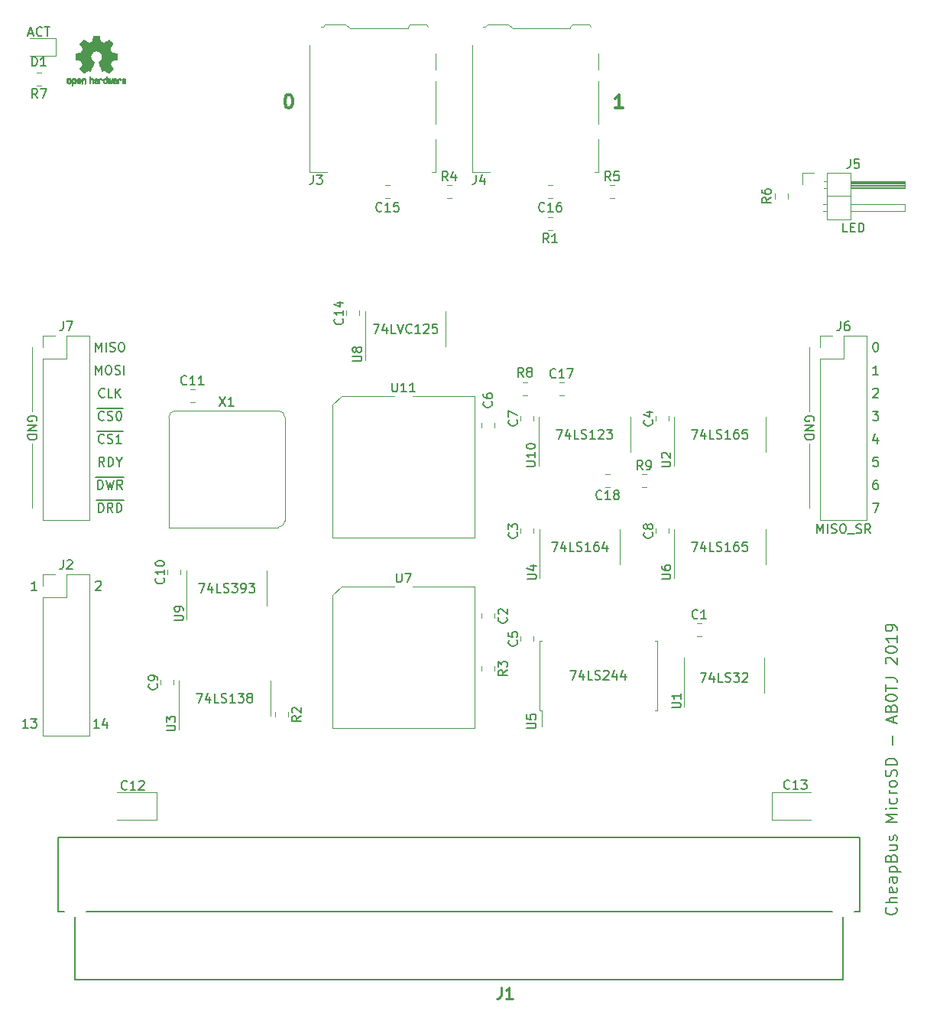
<source format=gbr>
G04 #@! TF.GenerationSoftware,KiCad,Pcbnew,(5.1.4)-1*
G04 #@! TF.CreationDate,2020-04-13T08:45:50-06:00*
G04 #@! TF.ProjectId,MiniSys MicroSD,4d696e69-5379-4732-904d-6963726f5344,rev?*
G04 #@! TF.SameCoordinates,Original*
G04 #@! TF.FileFunction,Legend,Top*
G04 #@! TF.FilePolarity,Positive*
%FSLAX46Y46*%
G04 Gerber Fmt 4.6, Leading zero omitted, Abs format (unit mm)*
G04 Created by KiCad (PCBNEW (5.1.4)-1) date 2020-04-13 08:45:50*
%MOMM*%
%LPD*%
G04 APERTURE LIST*
%ADD10C,0.177800*%
%ADD11C,0.150000*%
%ADD12C,0.120000*%
%ADD13C,0.300000*%
%ADD14C,0.010000*%
%ADD15C,0.152400*%
%ADD16C,0.254000*%
G04 APERTURE END LIST*
D10*
X118817571Y-118140238D02*
X118878047Y-118200714D01*
X118938523Y-118382142D01*
X118938523Y-118503095D01*
X118878047Y-118684523D01*
X118757095Y-118805476D01*
X118636142Y-118865952D01*
X118394238Y-118926428D01*
X118212809Y-118926428D01*
X117970904Y-118865952D01*
X117849952Y-118805476D01*
X117729000Y-118684523D01*
X117668523Y-118503095D01*
X117668523Y-118382142D01*
X117729000Y-118200714D01*
X117789476Y-118140238D01*
X118938523Y-117595952D02*
X117668523Y-117595952D01*
X118938523Y-117051666D02*
X118273285Y-117051666D01*
X118152333Y-117112142D01*
X118091857Y-117233095D01*
X118091857Y-117414523D01*
X118152333Y-117535476D01*
X118212809Y-117595952D01*
X118878047Y-115963095D02*
X118938523Y-116084047D01*
X118938523Y-116325952D01*
X118878047Y-116446904D01*
X118757095Y-116507380D01*
X118273285Y-116507380D01*
X118152333Y-116446904D01*
X118091857Y-116325952D01*
X118091857Y-116084047D01*
X118152333Y-115963095D01*
X118273285Y-115902619D01*
X118394238Y-115902619D01*
X118515190Y-116507380D01*
X118938523Y-114814047D02*
X118273285Y-114814047D01*
X118152333Y-114874523D01*
X118091857Y-114995476D01*
X118091857Y-115237380D01*
X118152333Y-115358333D01*
X118878047Y-114814047D02*
X118938523Y-114935000D01*
X118938523Y-115237380D01*
X118878047Y-115358333D01*
X118757095Y-115418809D01*
X118636142Y-115418809D01*
X118515190Y-115358333D01*
X118454714Y-115237380D01*
X118454714Y-114935000D01*
X118394238Y-114814047D01*
X118091857Y-114209285D02*
X119361857Y-114209285D01*
X118152333Y-114209285D02*
X118091857Y-114088333D01*
X118091857Y-113846428D01*
X118152333Y-113725476D01*
X118212809Y-113665000D01*
X118333761Y-113604523D01*
X118696619Y-113604523D01*
X118817571Y-113665000D01*
X118878047Y-113725476D01*
X118938523Y-113846428D01*
X118938523Y-114088333D01*
X118878047Y-114209285D01*
X118273285Y-112636904D02*
X118333761Y-112455476D01*
X118394238Y-112395000D01*
X118515190Y-112334523D01*
X118696619Y-112334523D01*
X118817571Y-112395000D01*
X118878047Y-112455476D01*
X118938523Y-112576428D01*
X118938523Y-113060238D01*
X117668523Y-113060238D01*
X117668523Y-112636904D01*
X117729000Y-112515952D01*
X117789476Y-112455476D01*
X117910428Y-112395000D01*
X118031380Y-112395000D01*
X118152333Y-112455476D01*
X118212809Y-112515952D01*
X118273285Y-112636904D01*
X118273285Y-113060238D01*
X118091857Y-111245952D02*
X118938523Y-111245952D01*
X118091857Y-111790238D02*
X118757095Y-111790238D01*
X118878047Y-111729761D01*
X118938523Y-111608809D01*
X118938523Y-111427380D01*
X118878047Y-111306428D01*
X118817571Y-111245952D01*
X118878047Y-110701666D02*
X118938523Y-110580714D01*
X118938523Y-110338809D01*
X118878047Y-110217857D01*
X118757095Y-110157380D01*
X118696619Y-110157380D01*
X118575666Y-110217857D01*
X118515190Y-110338809D01*
X118515190Y-110520238D01*
X118454714Y-110641190D01*
X118333761Y-110701666D01*
X118273285Y-110701666D01*
X118152333Y-110641190D01*
X118091857Y-110520238D01*
X118091857Y-110338809D01*
X118152333Y-110217857D01*
X118938523Y-108645476D02*
X117668523Y-108645476D01*
X118575666Y-108222142D01*
X117668523Y-107798809D01*
X118938523Y-107798809D01*
X118938523Y-107194047D02*
X118091857Y-107194047D01*
X117668523Y-107194047D02*
X117729000Y-107254523D01*
X117789476Y-107194047D01*
X117729000Y-107133571D01*
X117668523Y-107194047D01*
X117789476Y-107194047D01*
X118878047Y-106045000D02*
X118938523Y-106165952D01*
X118938523Y-106407857D01*
X118878047Y-106528809D01*
X118817571Y-106589285D01*
X118696619Y-106649761D01*
X118333761Y-106649761D01*
X118212809Y-106589285D01*
X118152333Y-106528809D01*
X118091857Y-106407857D01*
X118091857Y-106165952D01*
X118152333Y-106045000D01*
X118938523Y-105500714D02*
X118091857Y-105500714D01*
X118333761Y-105500714D02*
X118212809Y-105440238D01*
X118152333Y-105379761D01*
X118091857Y-105258809D01*
X118091857Y-105137857D01*
X118938523Y-104533095D02*
X118878047Y-104654047D01*
X118817571Y-104714523D01*
X118696619Y-104775000D01*
X118333761Y-104775000D01*
X118212809Y-104714523D01*
X118152333Y-104654047D01*
X118091857Y-104533095D01*
X118091857Y-104351666D01*
X118152333Y-104230714D01*
X118212809Y-104170238D01*
X118333761Y-104109761D01*
X118696619Y-104109761D01*
X118817571Y-104170238D01*
X118878047Y-104230714D01*
X118938523Y-104351666D01*
X118938523Y-104533095D01*
X118878047Y-103625952D02*
X118938523Y-103444523D01*
X118938523Y-103142142D01*
X118878047Y-103021190D01*
X118817571Y-102960714D01*
X118696619Y-102900238D01*
X118575666Y-102900238D01*
X118454714Y-102960714D01*
X118394238Y-103021190D01*
X118333761Y-103142142D01*
X118273285Y-103384047D01*
X118212809Y-103505000D01*
X118152333Y-103565476D01*
X118031380Y-103625952D01*
X117910428Y-103625952D01*
X117789476Y-103565476D01*
X117729000Y-103505000D01*
X117668523Y-103384047D01*
X117668523Y-103081666D01*
X117729000Y-102900238D01*
X118938523Y-102355952D02*
X117668523Y-102355952D01*
X117668523Y-102053571D01*
X117729000Y-101872142D01*
X117849952Y-101751190D01*
X117970904Y-101690714D01*
X118212809Y-101630238D01*
X118394238Y-101630238D01*
X118636142Y-101690714D01*
X118757095Y-101751190D01*
X118878047Y-101872142D01*
X118938523Y-102053571D01*
X118938523Y-102355952D01*
X118454714Y-100118333D02*
X118454714Y-99150714D01*
X118575666Y-97638809D02*
X118575666Y-97034047D01*
X118938523Y-97759761D02*
X117668523Y-97336428D01*
X118938523Y-96913095D01*
X118273285Y-96066428D02*
X118333761Y-95885000D01*
X118394238Y-95824523D01*
X118515190Y-95764047D01*
X118696619Y-95764047D01*
X118817571Y-95824523D01*
X118878047Y-95885000D01*
X118938523Y-96005952D01*
X118938523Y-96489761D01*
X117668523Y-96489761D01*
X117668523Y-96066428D01*
X117729000Y-95945476D01*
X117789476Y-95885000D01*
X117910428Y-95824523D01*
X118031380Y-95824523D01*
X118152333Y-95885000D01*
X118212809Y-95945476D01*
X118273285Y-96066428D01*
X118273285Y-96489761D01*
X117668523Y-94977857D02*
X117668523Y-94856904D01*
X117729000Y-94735952D01*
X117789476Y-94675476D01*
X117910428Y-94615000D01*
X118152333Y-94554523D01*
X118454714Y-94554523D01*
X118696619Y-94615000D01*
X118817571Y-94675476D01*
X118878047Y-94735952D01*
X118938523Y-94856904D01*
X118938523Y-94977857D01*
X118878047Y-95098809D01*
X118817571Y-95159285D01*
X118696619Y-95219761D01*
X118454714Y-95280238D01*
X118152333Y-95280238D01*
X117910428Y-95219761D01*
X117789476Y-95159285D01*
X117729000Y-95098809D01*
X117668523Y-94977857D01*
X117668523Y-94191666D02*
X117668523Y-93465952D01*
X118938523Y-93828809D02*
X117668523Y-93828809D01*
X117668523Y-92679761D02*
X118575666Y-92679761D01*
X118757095Y-92740238D01*
X118878047Y-92861190D01*
X118938523Y-93042619D01*
X118938523Y-93163571D01*
X117789476Y-91167857D02*
X117729000Y-91107380D01*
X117668523Y-90986428D01*
X117668523Y-90684047D01*
X117729000Y-90563095D01*
X117789476Y-90502619D01*
X117910428Y-90442142D01*
X118031380Y-90442142D01*
X118212809Y-90502619D01*
X118938523Y-91228333D01*
X118938523Y-90442142D01*
X117668523Y-89655952D02*
X117668523Y-89535000D01*
X117729000Y-89414047D01*
X117789476Y-89353571D01*
X117910428Y-89293095D01*
X118152333Y-89232619D01*
X118454714Y-89232619D01*
X118696619Y-89293095D01*
X118817571Y-89353571D01*
X118878047Y-89414047D01*
X118938523Y-89535000D01*
X118938523Y-89655952D01*
X118878047Y-89776904D01*
X118817571Y-89837380D01*
X118696619Y-89897857D01*
X118454714Y-89958333D01*
X118152333Y-89958333D01*
X117910428Y-89897857D01*
X117789476Y-89837380D01*
X117729000Y-89776904D01*
X117668523Y-89655952D01*
X118938523Y-88023095D02*
X118938523Y-88748809D01*
X118938523Y-88385952D02*
X117668523Y-88385952D01*
X117849952Y-88506904D01*
X117970904Y-88627857D01*
X118031380Y-88748809D01*
X118938523Y-87418333D02*
X118938523Y-87176428D01*
X118878047Y-87055476D01*
X118817571Y-86995000D01*
X118636142Y-86874047D01*
X118394238Y-86813571D01*
X117910428Y-86813571D01*
X117789476Y-86874047D01*
X117729000Y-86934523D01*
X117668523Y-87055476D01*
X117668523Y-87297380D01*
X117729000Y-87418333D01*
X117789476Y-87478809D01*
X117910428Y-87539285D01*
X118212809Y-87539285D01*
X118333761Y-87478809D01*
X118394238Y-87418333D01*
X118454714Y-87297380D01*
X118454714Y-87055476D01*
X118394238Y-86934523D01*
X118333761Y-86874047D01*
X118212809Y-86813571D01*
D11*
X22669523Y-98242380D02*
X22098095Y-98242380D01*
X22383809Y-98242380D02*
X22383809Y-97242380D01*
X22288571Y-97385238D01*
X22193333Y-97480476D01*
X22098095Y-97528095D01*
X23002857Y-97242380D02*
X23621904Y-97242380D01*
X23288571Y-97623333D01*
X23431428Y-97623333D01*
X23526666Y-97670952D01*
X23574285Y-97718571D01*
X23621904Y-97813809D01*
X23621904Y-98051904D01*
X23574285Y-98147142D01*
X23526666Y-98194761D01*
X23431428Y-98242380D01*
X23145714Y-98242380D01*
X23050476Y-98194761D01*
X23002857Y-98147142D01*
X30194285Y-82097619D02*
X30241904Y-82050000D01*
X30337142Y-82002380D01*
X30575238Y-82002380D01*
X30670476Y-82050000D01*
X30718095Y-82097619D01*
X30765714Y-82192857D01*
X30765714Y-82288095D01*
X30718095Y-82430952D01*
X30146666Y-83002380D01*
X30765714Y-83002380D01*
X30543523Y-98242380D02*
X29972095Y-98242380D01*
X30257809Y-98242380D02*
X30257809Y-97242380D01*
X30162571Y-97385238D01*
X30067333Y-97480476D01*
X29972095Y-97528095D01*
X31400666Y-97575714D02*
X31400666Y-98242380D01*
X31162571Y-97194761D02*
X30924476Y-97909047D01*
X31543523Y-97909047D01*
X23653714Y-83002380D02*
X23082285Y-83002380D01*
X23368000Y-83002380D02*
X23368000Y-82002380D01*
X23272761Y-82145238D01*
X23177523Y-82240476D01*
X23082285Y-82288095D01*
X116252666Y-73366380D02*
X116919333Y-73366380D01*
X116490761Y-74366380D01*
X116776476Y-70826380D02*
X116586000Y-70826380D01*
X116490761Y-70874000D01*
X116443142Y-70921619D01*
X116347904Y-71064476D01*
X116300285Y-71254952D01*
X116300285Y-71635904D01*
X116347904Y-71731142D01*
X116395523Y-71778761D01*
X116490761Y-71826380D01*
X116681238Y-71826380D01*
X116776476Y-71778761D01*
X116824095Y-71731142D01*
X116871714Y-71635904D01*
X116871714Y-71397809D01*
X116824095Y-71302571D01*
X116776476Y-71254952D01*
X116681238Y-71207333D01*
X116490761Y-71207333D01*
X116395523Y-71254952D01*
X116347904Y-71302571D01*
X116300285Y-71397809D01*
X116824095Y-68286380D02*
X116347904Y-68286380D01*
X116300285Y-68762571D01*
X116347904Y-68714952D01*
X116443142Y-68667333D01*
X116681238Y-68667333D01*
X116776476Y-68714952D01*
X116824095Y-68762571D01*
X116871714Y-68857809D01*
X116871714Y-69095904D01*
X116824095Y-69191142D01*
X116776476Y-69238761D01*
X116681238Y-69286380D01*
X116443142Y-69286380D01*
X116347904Y-69238761D01*
X116300285Y-69191142D01*
X116776476Y-66079714D02*
X116776476Y-66746380D01*
X116538380Y-65698761D02*
X116300285Y-66413047D01*
X116919333Y-66413047D01*
X116252666Y-63206380D02*
X116871714Y-63206380D01*
X116538380Y-63587333D01*
X116681238Y-63587333D01*
X116776476Y-63634952D01*
X116824095Y-63682571D01*
X116871714Y-63777809D01*
X116871714Y-64015904D01*
X116824095Y-64111142D01*
X116776476Y-64158761D01*
X116681238Y-64206380D01*
X116395523Y-64206380D01*
X116300285Y-64158761D01*
X116252666Y-64111142D01*
X116300285Y-60761619D02*
X116347904Y-60714000D01*
X116443142Y-60666380D01*
X116681238Y-60666380D01*
X116776476Y-60714000D01*
X116824095Y-60761619D01*
X116871714Y-60856857D01*
X116871714Y-60952095D01*
X116824095Y-61094952D01*
X116252666Y-61666380D01*
X116871714Y-61666380D01*
X116871714Y-59126380D02*
X116300285Y-59126380D01*
X116586000Y-59126380D02*
X116586000Y-58126380D01*
X116490761Y-58269238D01*
X116395523Y-58364476D01*
X116300285Y-58412095D01*
X116538380Y-55586380D02*
X116633619Y-55586380D01*
X116728857Y-55634000D01*
X116776476Y-55681619D01*
X116824095Y-55776857D01*
X116871714Y-55967333D01*
X116871714Y-56205428D01*
X116824095Y-56395904D01*
X116776476Y-56491142D01*
X116728857Y-56538761D01*
X116633619Y-56586380D01*
X116538380Y-56586380D01*
X116443142Y-56538761D01*
X116395523Y-56491142D01*
X116347904Y-56395904D01*
X116300285Y-56205428D01*
X116300285Y-55967333D01*
X116347904Y-55776857D01*
X116395523Y-55681619D01*
X116443142Y-55634000D01*
X116538380Y-55586380D01*
D12*
X109220000Y-63246000D02*
X109220000Y-56134000D01*
X109220000Y-73914000D02*
X109220000Y-66802000D01*
D11*
X109720000Y-64262095D02*
X109767619Y-64166857D01*
X109767619Y-64024000D01*
X109720000Y-63881142D01*
X109624761Y-63785904D01*
X109529523Y-63738285D01*
X109339047Y-63690666D01*
X109196190Y-63690666D01*
X109005714Y-63738285D01*
X108910476Y-63785904D01*
X108815238Y-63881142D01*
X108767619Y-64024000D01*
X108767619Y-64119238D01*
X108815238Y-64262095D01*
X108862857Y-64309714D01*
X109196190Y-64309714D01*
X109196190Y-64119238D01*
X108767619Y-64738285D02*
X109767619Y-64738285D01*
X108767619Y-65309714D01*
X109767619Y-65309714D01*
X108767619Y-65785904D02*
X109767619Y-65785904D01*
X109767619Y-66024000D01*
X109720000Y-66166857D01*
X109624761Y-66262095D01*
X109529523Y-66309714D01*
X109339047Y-66357333D01*
X109196190Y-66357333D01*
X109005714Y-66309714D01*
X108910476Y-66262095D01*
X108815238Y-66166857D01*
X108767619Y-66024000D01*
X108767619Y-65785904D01*
X30250000Y-72999000D02*
X31250000Y-72999000D01*
X30488095Y-74366380D02*
X30488095Y-73366380D01*
X30726190Y-73366380D01*
X30869047Y-73414000D01*
X30964285Y-73509238D01*
X31011904Y-73604476D01*
X31059523Y-73794952D01*
X31059523Y-73937809D01*
X31011904Y-74128285D01*
X30964285Y-74223523D01*
X30869047Y-74318761D01*
X30726190Y-74366380D01*
X30488095Y-74366380D01*
X31250000Y-72999000D02*
X32250000Y-72999000D01*
X32059523Y-74366380D02*
X31726190Y-73890190D01*
X31488095Y-74366380D02*
X31488095Y-73366380D01*
X31869047Y-73366380D01*
X31964285Y-73414000D01*
X32011904Y-73461619D01*
X32059523Y-73556857D01*
X32059523Y-73699714D01*
X32011904Y-73794952D01*
X31964285Y-73842571D01*
X31869047Y-73890190D01*
X31488095Y-73890190D01*
X32250000Y-72999000D02*
X33250000Y-72999000D01*
X32488095Y-74366380D02*
X32488095Y-73366380D01*
X32726190Y-73366380D01*
X32869047Y-73414000D01*
X32964285Y-73509238D01*
X33011904Y-73604476D01*
X33059523Y-73794952D01*
X33059523Y-73937809D01*
X33011904Y-74128285D01*
X32964285Y-74223523D01*
X32869047Y-74318761D01*
X32726190Y-74366380D01*
X32488095Y-74366380D01*
X30178571Y-70459000D02*
X31178571Y-70459000D01*
X30416666Y-71826380D02*
X30416666Y-70826380D01*
X30654761Y-70826380D01*
X30797619Y-70874000D01*
X30892857Y-70969238D01*
X30940476Y-71064476D01*
X30988095Y-71254952D01*
X30988095Y-71397809D01*
X30940476Y-71588285D01*
X30892857Y-71683523D01*
X30797619Y-71778761D01*
X30654761Y-71826380D01*
X30416666Y-71826380D01*
X31178571Y-70459000D02*
X32321428Y-70459000D01*
X31321428Y-70826380D02*
X31559523Y-71826380D01*
X31750000Y-71112095D01*
X31940476Y-71826380D01*
X32178571Y-70826380D01*
X32321428Y-70459000D02*
X33321428Y-70459000D01*
X33130952Y-71826380D02*
X32797619Y-71350190D01*
X32559523Y-71826380D02*
X32559523Y-70826380D01*
X32940476Y-70826380D01*
X33035714Y-70874000D01*
X33083333Y-70921619D01*
X33130952Y-71016857D01*
X33130952Y-71159714D01*
X33083333Y-71254952D01*
X33035714Y-71302571D01*
X32940476Y-71350190D01*
X32559523Y-71350190D01*
X31130952Y-69286380D02*
X30797619Y-68810190D01*
X30559523Y-69286380D02*
X30559523Y-68286380D01*
X30940476Y-68286380D01*
X31035714Y-68334000D01*
X31083333Y-68381619D01*
X31130952Y-68476857D01*
X31130952Y-68619714D01*
X31083333Y-68714952D01*
X31035714Y-68762571D01*
X30940476Y-68810190D01*
X30559523Y-68810190D01*
X31559523Y-69286380D02*
X31559523Y-68286380D01*
X31797619Y-68286380D01*
X31940476Y-68334000D01*
X32035714Y-68429238D01*
X32083333Y-68524476D01*
X32130952Y-68714952D01*
X32130952Y-68857809D01*
X32083333Y-69048285D01*
X32035714Y-69143523D01*
X31940476Y-69238761D01*
X31797619Y-69286380D01*
X31559523Y-69286380D01*
X32750000Y-68810190D02*
X32750000Y-69286380D01*
X32416666Y-68286380D02*
X32750000Y-68810190D01*
X33083333Y-68286380D01*
X30297619Y-65379000D02*
X31297619Y-65379000D01*
X31107142Y-66651142D02*
X31059523Y-66698761D01*
X30916666Y-66746380D01*
X30821428Y-66746380D01*
X30678571Y-66698761D01*
X30583333Y-66603523D01*
X30535714Y-66508285D01*
X30488095Y-66317809D01*
X30488095Y-66174952D01*
X30535714Y-65984476D01*
X30583333Y-65889238D01*
X30678571Y-65794000D01*
X30821428Y-65746380D01*
X30916666Y-65746380D01*
X31059523Y-65794000D01*
X31107142Y-65841619D01*
X31297619Y-65379000D02*
X32250000Y-65379000D01*
X31488095Y-66698761D02*
X31630952Y-66746380D01*
X31869047Y-66746380D01*
X31964285Y-66698761D01*
X32011904Y-66651142D01*
X32059523Y-66555904D01*
X32059523Y-66460666D01*
X32011904Y-66365428D01*
X31964285Y-66317809D01*
X31869047Y-66270190D01*
X31678571Y-66222571D01*
X31583333Y-66174952D01*
X31535714Y-66127333D01*
X31488095Y-66032095D01*
X31488095Y-65936857D01*
X31535714Y-65841619D01*
X31583333Y-65794000D01*
X31678571Y-65746380D01*
X31916666Y-65746380D01*
X32059523Y-65794000D01*
X32250000Y-65379000D02*
X33202380Y-65379000D01*
X33011904Y-66746380D02*
X32440476Y-66746380D01*
X32726190Y-66746380D02*
X32726190Y-65746380D01*
X32630952Y-65889238D01*
X32535714Y-65984476D01*
X32440476Y-66032095D01*
X30297619Y-62839000D02*
X31297619Y-62839000D01*
X31107142Y-64111142D02*
X31059523Y-64158761D01*
X30916666Y-64206380D01*
X30821428Y-64206380D01*
X30678571Y-64158761D01*
X30583333Y-64063523D01*
X30535714Y-63968285D01*
X30488095Y-63777809D01*
X30488095Y-63634952D01*
X30535714Y-63444476D01*
X30583333Y-63349238D01*
X30678571Y-63254000D01*
X30821428Y-63206380D01*
X30916666Y-63206380D01*
X31059523Y-63254000D01*
X31107142Y-63301619D01*
X31297619Y-62839000D02*
X32250000Y-62839000D01*
X31488095Y-64158761D02*
X31630952Y-64206380D01*
X31869047Y-64206380D01*
X31964285Y-64158761D01*
X32011904Y-64111142D01*
X32059523Y-64015904D01*
X32059523Y-63920666D01*
X32011904Y-63825428D01*
X31964285Y-63777809D01*
X31869047Y-63730190D01*
X31678571Y-63682571D01*
X31583333Y-63634952D01*
X31535714Y-63587333D01*
X31488095Y-63492095D01*
X31488095Y-63396857D01*
X31535714Y-63301619D01*
X31583333Y-63254000D01*
X31678571Y-63206380D01*
X31916666Y-63206380D01*
X32059523Y-63254000D01*
X32250000Y-62839000D02*
X33202380Y-62839000D01*
X32678571Y-63206380D02*
X32773809Y-63206380D01*
X32869047Y-63254000D01*
X32916666Y-63301619D01*
X32964285Y-63396857D01*
X33011904Y-63587333D01*
X33011904Y-63825428D01*
X32964285Y-64015904D01*
X32916666Y-64111142D01*
X32869047Y-64158761D01*
X32773809Y-64206380D01*
X32678571Y-64206380D01*
X32583333Y-64158761D01*
X32535714Y-64111142D01*
X32488095Y-64015904D01*
X32440476Y-63825428D01*
X32440476Y-63587333D01*
X32488095Y-63396857D01*
X32535714Y-63301619D01*
X32583333Y-63254000D01*
X32678571Y-63206380D01*
X31154761Y-61571142D02*
X31107142Y-61618761D01*
X30964285Y-61666380D01*
X30869047Y-61666380D01*
X30726190Y-61618761D01*
X30630952Y-61523523D01*
X30583333Y-61428285D01*
X30535714Y-61237809D01*
X30535714Y-61094952D01*
X30583333Y-60904476D01*
X30630952Y-60809238D01*
X30726190Y-60714000D01*
X30869047Y-60666380D01*
X30964285Y-60666380D01*
X31107142Y-60714000D01*
X31154761Y-60761619D01*
X32059523Y-61666380D02*
X31583333Y-61666380D01*
X31583333Y-60666380D01*
X32392857Y-61666380D02*
X32392857Y-60666380D01*
X32964285Y-61666380D02*
X32535714Y-61094952D01*
X32964285Y-60666380D02*
X32392857Y-61237809D01*
X30178571Y-59126380D02*
X30178571Y-58126380D01*
X30511904Y-58840666D01*
X30845238Y-58126380D01*
X30845238Y-59126380D01*
X31511904Y-58126380D02*
X31702380Y-58126380D01*
X31797619Y-58174000D01*
X31892857Y-58269238D01*
X31940476Y-58459714D01*
X31940476Y-58793047D01*
X31892857Y-58983523D01*
X31797619Y-59078761D01*
X31702380Y-59126380D01*
X31511904Y-59126380D01*
X31416666Y-59078761D01*
X31321428Y-58983523D01*
X31273809Y-58793047D01*
X31273809Y-58459714D01*
X31321428Y-58269238D01*
X31416666Y-58174000D01*
X31511904Y-58126380D01*
X32321428Y-59078761D02*
X32464285Y-59126380D01*
X32702380Y-59126380D01*
X32797619Y-59078761D01*
X32845238Y-59031142D01*
X32892857Y-58935904D01*
X32892857Y-58840666D01*
X32845238Y-58745428D01*
X32797619Y-58697809D01*
X32702380Y-58650190D01*
X32511904Y-58602571D01*
X32416666Y-58554952D01*
X32369047Y-58507333D01*
X32321428Y-58412095D01*
X32321428Y-58316857D01*
X32369047Y-58221619D01*
X32416666Y-58174000D01*
X32511904Y-58126380D01*
X32750000Y-58126380D01*
X32892857Y-58174000D01*
X33321428Y-59126380D02*
X33321428Y-58126380D01*
X30178571Y-56586380D02*
X30178571Y-55586380D01*
X30511904Y-56300666D01*
X30845238Y-55586380D01*
X30845238Y-56586380D01*
X31321428Y-56586380D02*
X31321428Y-55586380D01*
X31750000Y-56538761D02*
X31892857Y-56586380D01*
X32130952Y-56586380D01*
X32226190Y-56538761D01*
X32273809Y-56491142D01*
X32321428Y-56395904D01*
X32321428Y-56300666D01*
X32273809Y-56205428D01*
X32226190Y-56157809D01*
X32130952Y-56110190D01*
X31940476Y-56062571D01*
X31845238Y-56014952D01*
X31797619Y-55967333D01*
X31750000Y-55872095D01*
X31750000Y-55776857D01*
X31797619Y-55681619D01*
X31845238Y-55634000D01*
X31940476Y-55586380D01*
X32178571Y-55586380D01*
X32321428Y-55634000D01*
X32940476Y-55586380D02*
X33130952Y-55586380D01*
X33226190Y-55634000D01*
X33321428Y-55729238D01*
X33369047Y-55919714D01*
X33369047Y-56253047D01*
X33321428Y-56443523D01*
X33226190Y-56538761D01*
X33130952Y-56586380D01*
X32940476Y-56586380D01*
X32845238Y-56538761D01*
X32750000Y-56443523D01*
X32702380Y-56253047D01*
X32702380Y-55919714D01*
X32750000Y-55729238D01*
X32845238Y-55634000D01*
X32940476Y-55586380D01*
D12*
X23114000Y-73914000D02*
X23114000Y-66802000D01*
X23114000Y-63246000D02*
X23114000Y-56134000D01*
D11*
X23614000Y-64262095D02*
X23661619Y-64166857D01*
X23661619Y-64024000D01*
X23614000Y-63881142D01*
X23518761Y-63785904D01*
X23423523Y-63738285D01*
X23233047Y-63690666D01*
X23090190Y-63690666D01*
X22899714Y-63738285D01*
X22804476Y-63785904D01*
X22709238Y-63881142D01*
X22661619Y-64024000D01*
X22661619Y-64119238D01*
X22709238Y-64262095D01*
X22756857Y-64309714D01*
X23090190Y-64309714D01*
X23090190Y-64119238D01*
X22661619Y-64738285D02*
X23661619Y-64738285D01*
X22661619Y-65309714D01*
X23661619Y-65309714D01*
X22661619Y-65785904D02*
X23661619Y-65785904D01*
X23661619Y-66024000D01*
X23614000Y-66166857D01*
X23518761Y-66262095D01*
X23423523Y-66309714D01*
X23233047Y-66357333D01*
X23090190Y-66357333D01*
X22899714Y-66309714D01*
X22804476Y-66262095D01*
X22709238Y-66166857D01*
X22661619Y-66024000D01*
X22661619Y-65785904D01*
D13*
X88566571Y-29634571D02*
X87709428Y-29634571D01*
X88138000Y-29634571D02*
X88138000Y-28134571D01*
X87995142Y-28348857D01*
X87852285Y-28491714D01*
X87709428Y-28563142D01*
X51490571Y-28134571D02*
X51633428Y-28134571D01*
X51776285Y-28206000D01*
X51847714Y-28277428D01*
X51919142Y-28420285D01*
X51990571Y-28706000D01*
X51990571Y-29063142D01*
X51919142Y-29348857D01*
X51847714Y-29491714D01*
X51776285Y-29563142D01*
X51633428Y-29634571D01*
X51490571Y-29634571D01*
X51347714Y-29563142D01*
X51276285Y-29491714D01*
X51204857Y-29348857D01*
X51133428Y-29063142D01*
X51133428Y-28706000D01*
X51204857Y-28420285D01*
X51276285Y-28277428D01*
X51347714Y-28206000D01*
X51490571Y-28134571D01*
D14*
G36*
X30329910Y-21626348D02*
G01*
X30408454Y-21626778D01*
X30465298Y-21627942D01*
X30504105Y-21630207D01*
X30528538Y-21633940D01*
X30542262Y-21639506D01*
X30548940Y-21647273D01*
X30552236Y-21657605D01*
X30552556Y-21658943D01*
X30557562Y-21683079D01*
X30566829Y-21730701D01*
X30579392Y-21796741D01*
X30594287Y-21876128D01*
X30610551Y-21963796D01*
X30611119Y-21966875D01*
X30627410Y-22052789D01*
X30642652Y-22128696D01*
X30655861Y-22190045D01*
X30666054Y-22232282D01*
X30672248Y-22250855D01*
X30672543Y-22251184D01*
X30690788Y-22260253D01*
X30728405Y-22275367D01*
X30777271Y-22293262D01*
X30777543Y-22293358D01*
X30839093Y-22316493D01*
X30911657Y-22345965D01*
X30980057Y-22375597D01*
X30983294Y-22377062D01*
X31094702Y-22427626D01*
X31341399Y-22259160D01*
X31417077Y-22207803D01*
X31485631Y-22161889D01*
X31543088Y-22124030D01*
X31585476Y-22096837D01*
X31608825Y-22082921D01*
X31611042Y-22081889D01*
X31628010Y-22086484D01*
X31659701Y-22108655D01*
X31707352Y-22149447D01*
X31772198Y-22209905D01*
X31838397Y-22274227D01*
X31902214Y-22337612D01*
X31959329Y-22395451D01*
X32006305Y-22444175D01*
X32039703Y-22480210D01*
X32056085Y-22499984D01*
X32056694Y-22501002D01*
X32058505Y-22514572D01*
X32051683Y-22536733D01*
X32034540Y-22570478D01*
X32005393Y-22618800D01*
X31962555Y-22684692D01*
X31905448Y-22769517D01*
X31854766Y-22844177D01*
X31809461Y-22911140D01*
X31772150Y-22966516D01*
X31745452Y-23006420D01*
X31731985Y-23026962D01*
X31731137Y-23028356D01*
X31732781Y-23048038D01*
X31745245Y-23086293D01*
X31766048Y-23135889D01*
X31773462Y-23151728D01*
X31805814Y-23222290D01*
X31840328Y-23302353D01*
X31868365Y-23371629D01*
X31888568Y-23423045D01*
X31904615Y-23462119D01*
X31913888Y-23482541D01*
X31915041Y-23484114D01*
X31932096Y-23486721D01*
X31972298Y-23493863D01*
X32030302Y-23504523D01*
X32100763Y-23517685D01*
X32178335Y-23532333D01*
X32257672Y-23547449D01*
X32333431Y-23562018D01*
X32400264Y-23575022D01*
X32452828Y-23585445D01*
X32485776Y-23592270D01*
X32493857Y-23594199D01*
X32502205Y-23598962D01*
X32508506Y-23609718D01*
X32513045Y-23630098D01*
X32516104Y-23663734D01*
X32517967Y-23714255D01*
X32518918Y-23785292D01*
X32519240Y-23880476D01*
X32519257Y-23919492D01*
X32519257Y-24236799D01*
X32443057Y-24251839D01*
X32400663Y-24259995D01*
X32337400Y-24271899D01*
X32260962Y-24286116D01*
X32179043Y-24301210D01*
X32156400Y-24305355D01*
X32080806Y-24320053D01*
X32014953Y-24334505D01*
X31964366Y-24347375D01*
X31934574Y-24357322D01*
X31929612Y-24360287D01*
X31917426Y-24381283D01*
X31899953Y-24421967D01*
X31880577Y-24474322D01*
X31876734Y-24485600D01*
X31851339Y-24555523D01*
X31819817Y-24634418D01*
X31788969Y-24705266D01*
X31788817Y-24705595D01*
X31737447Y-24816733D01*
X31906399Y-25065253D01*
X32075352Y-25313772D01*
X31858429Y-25531058D01*
X31792819Y-25595726D01*
X31732979Y-25652733D01*
X31682267Y-25699033D01*
X31644046Y-25731584D01*
X31621675Y-25747343D01*
X31618466Y-25748343D01*
X31599626Y-25740469D01*
X31561180Y-25718578D01*
X31507330Y-25685267D01*
X31442276Y-25643131D01*
X31371940Y-25595943D01*
X31300555Y-25547810D01*
X31236908Y-25505928D01*
X31185041Y-25472871D01*
X31148995Y-25451218D01*
X31132867Y-25443543D01*
X31113189Y-25450037D01*
X31075875Y-25467150D01*
X31028621Y-25491326D01*
X31023612Y-25494013D01*
X30959977Y-25525927D01*
X30916341Y-25541579D01*
X30889202Y-25541745D01*
X30875057Y-25527204D01*
X30874975Y-25527000D01*
X30867905Y-25509779D01*
X30851042Y-25468899D01*
X30825695Y-25407525D01*
X30793171Y-25328819D01*
X30754778Y-25235947D01*
X30711822Y-25132072D01*
X30670222Y-25031502D01*
X30624504Y-24920516D01*
X30582526Y-24817703D01*
X30545548Y-24726215D01*
X30514827Y-24649201D01*
X30491622Y-24589815D01*
X30477190Y-24551209D01*
X30472743Y-24536800D01*
X30483896Y-24520272D01*
X30513069Y-24493930D01*
X30551971Y-24464887D01*
X30662757Y-24373039D01*
X30749351Y-24267759D01*
X30810716Y-24151266D01*
X30845815Y-24025776D01*
X30853608Y-23893507D01*
X30847943Y-23832457D01*
X30817078Y-23705795D01*
X30763920Y-23593941D01*
X30691767Y-23498001D01*
X30603917Y-23419076D01*
X30503665Y-23358270D01*
X30394310Y-23316687D01*
X30279147Y-23295428D01*
X30161475Y-23295599D01*
X30044590Y-23318301D01*
X29931789Y-23364638D01*
X29826369Y-23435713D01*
X29782368Y-23475911D01*
X29697979Y-23579129D01*
X29639222Y-23691925D01*
X29605704Y-23811010D01*
X29597035Y-23933095D01*
X29612823Y-24054893D01*
X29652678Y-24173116D01*
X29716207Y-24284475D01*
X29803021Y-24385684D01*
X29900029Y-24464887D01*
X29940437Y-24495162D01*
X29968982Y-24521219D01*
X29979257Y-24536825D01*
X29973877Y-24553843D01*
X29958575Y-24594500D01*
X29934612Y-24655642D01*
X29903244Y-24734119D01*
X29865732Y-24826780D01*
X29823333Y-24930472D01*
X29781663Y-25031526D01*
X29735690Y-25142607D01*
X29693107Y-25245541D01*
X29655221Y-25337165D01*
X29623340Y-25414316D01*
X29598771Y-25473831D01*
X29582820Y-25512544D01*
X29576910Y-25527000D01*
X29562948Y-25541685D01*
X29535940Y-25541642D01*
X29492413Y-25526099D01*
X29428890Y-25494284D01*
X29428388Y-25494013D01*
X29380560Y-25469323D01*
X29341897Y-25451338D01*
X29320095Y-25443614D01*
X29319133Y-25443543D01*
X29302721Y-25451378D01*
X29266487Y-25473165D01*
X29214474Y-25506328D01*
X29150725Y-25548291D01*
X29080060Y-25595943D01*
X29008116Y-25644191D01*
X28943274Y-25686151D01*
X28889735Y-25719227D01*
X28851697Y-25740821D01*
X28833533Y-25748343D01*
X28816808Y-25738457D01*
X28783180Y-25710826D01*
X28736010Y-25668495D01*
X28678658Y-25614505D01*
X28614484Y-25551899D01*
X28593497Y-25530983D01*
X28376499Y-25313623D01*
X28541668Y-25071220D01*
X28591864Y-24996781D01*
X28635919Y-24929972D01*
X28671362Y-24874665D01*
X28695719Y-24834729D01*
X28706522Y-24814036D01*
X28706838Y-24812563D01*
X28701143Y-24793058D01*
X28685826Y-24753822D01*
X28663537Y-24701430D01*
X28647893Y-24666355D01*
X28618641Y-24599201D01*
X28591094Y-24531358D01*
X28569737Y-24474034D01*
X28563935Y-24456572D01*
X28547452Y-24409938D01*
X28531340Y-24373905D01*
X28522490Y-24360287D01*
X28502960Y-24351952D01*
X28460334Y-24340137D01*
X28400145Y-24326181D01*
X28327922Y-24311422D01*
X28295600Y-24305355D01*
X28213522Y-24290273D01*
X28134795Y-24275669D01*
X28067109Y-24262980D01*
X28018160Y-24253642D01*
X28008943Y-24251839D01*
X27932743Y-24236799D01*
X27932743Y-23919492D01*
X27932914Y-23815154D01*
X27933616Y-23736213D01*
X27935134Y-23679038D01*
X27937749Y-23639999D01*
X27941746Y-23615465D01*
X27947409Y-23601805D01*
X27955020Y-23595389D01*
X27958143Y-23594199D01*
X27976978Y-23589980D01*
X28018588Y-23581562D01*
X28077630Y-23569961D01*
X28148757Y-23556195D01*
X28226625Y-23541280D01*
X28305887Y-23526232D01*
X28381198Y-23512069D01*
X28447213Y-23499806D01*
X28498587Y-23490461D01*
X28529975Y-23485050D01*
X28536959Y-23484114D01*
X28543285Y-23471596D01*
X28557290Y-23438246D01*
X28576355Y-23390377D01*
X28583634Y-23371629D01*
X28612996Y-23299195D01*
X28647571Y-23219170D01*
X28678537Y-23151728D01*
X28701323Y-23100159D01*
X28716482Y-23057785D01*
X28721542Y-23031834D01*
X28720736Y-23028356D01*
X28710041Y-23011936D01*
X28685620Y-22975417D01*
X28650095Y-22922687D01*
X28606087Y-22857635D01*
X28556217Y-22784151D01*
X28546356Y-22769645D01*
X28488492Y-22683704D01*
X28445956Y-22618261D01*
X28417054Y-22570304D01*
X28400090Y-22536820D01*
X28393367Y-22514795D01*
X28395190Y-22501217D01*
X28395236Y-22501131D01*
X28409586Y-22483297D01*
X28441323Y-22448817D01*
X28487010Y-22401268D01*
X28543204Y-22344222D01*
X28606468Y-22281255D01*
X28613602Y-22274227D01*
X28693330Y-22197020D01*
X28754857Y-22140330D01*
X28799421Y-22103110D01*
X28828257Y-22084315D01*
X28840958Y-22081889D01*
X28859494Y-22092471D01*
X28897961Y-22116916D01*
X28952386Y-22152612D01*
X29018798Y-22196947D01*
X29093225Y-22247311D01*
X29110601Y-22259160D01*
X29357297Y-22427626D01*
X29468706Y-22377062D01*
X29536457Y-22347595D01*
X29609183Y-22317959D01*
X29671703Y-22294330D01*
X29674457Y-22293358D01*
X29723360Y-22275457D01*
X29761057Y-22260320D01*
X29779425Y-22251210D01*
X29779456Y-22251184D01*
X29785285Y-22234717D01*
X29795192Y-22194219D01*
X29808195Y-22134242D01*
X29823309Y-22059340D01*
X29839552Y-21974064D01*
X29840881Y-21966875D01*
X29857175Y-21879014D01*
X29872133Y-21799260D01*
X29884791Y-21732681D01*
X29894186Y-21684347D01*
X29899354Y-21659325D01*
X29899444Y-21658943D01*
X29902589Y-21648299D01*
X29908704Y-21640262D01*
X29921453Y-21634467D01*
X29944500Y-21630547D01*
X29981509Y-21628135D01*
X30036144Y-21626865D01*
X30112067Y-21626371D01*
X30212944Y-21626286D01*
X30226000Y-21626286D01*
X30329910Y-21626348D01*
X30329910Y-21626348D01*
G37*
X30329910Y-21626348D02*
X30408454Y-21626778D01*
X30465298Y-21627942D01*
X30504105Y-21630207D01*
X30528538Y-21633940D01*
X30542262Y-21639506D01*
X30548940Y-21647273D01*
X30552236Y-21657605D01*
X30552556Y-21658943D01*
X30557562Y-21683079D01*
X30566829Y-21730701D01*
X30579392Y-21796741D01*
X30594287Y-21876128D01*
X30610551Y-21963796D01*
X30611119Y-21966875D01*
X30627410Y-22052789D01*
X30642652Y-22128696D01*
X30655861Y-22190045D01*
X30666054Y-22232282D01*
X30672248Y-22250855D01*
X30672543Y-22251184D01*
X30690788Y-22260253D01*
X30728405Y-22275367D01*
X30777271Y-22293262D01*
X30777543Y-22293358D01*
X30839093Y-22316493D01*
X30911657Y-22345965D01*
X30980057Y-22375597D01*
X30983294Y-22377062D01*
X31094702Y-22427626D01*
X31341399Y-22259160D01*
X31417077Y-22207803D01*
X31485631Y-22161889D01*
X31543088Y-22124030D01*
X31585476Y-22096837D01*
X31608825Y-22082921D01*
X31611042Y-22081889D01*
X31628010Y-22086484D01*
X31659701Y-22108655D01*
X31707352Y-22149447D01*
X31772198Y-22209905D01*
X31838397Y-22274227D01*
X31902214Y-22337612D01*
X31959329Y-22395451D01*
X32006305Y-22444175D01*
X32039703Y-22480210D01*
X32056085Y-22499984D01*
X32056694Y-22501002D01*
X32058505Y-22514572D01*
X32051683Y-22536733D01*
X32034540Y-22570478D01*
X32005393Y-22618800D01*
X31962555Y-22684692D01*
X31905448Y-22769517D01*
X31854766Y-22844177D01*
X31809461Y-22911140D01*
X31772150Y-22966516D01*
X31745452Y-23006420D01*
X31731985Y-23026962D01*
X31731137Y-23028356D01*
X31732781Y-23048038D01*
X31745245Y-23086293D01*
X31766048Y-23135889D01*
X31773462Y-23151728D01*
X31805814Y-23222290D01*
X31840328Y-23302353D01*
X31868365Y-23371629D01*
X31888568Y-23423045D01*
X31904615Y-23462119D01*
X31913888Y-23482541D01*
X31915041Y-23484114D01*
X31932096Y-23486721D01*
X31972298Y-23493863D01*
X32030302Y-23504523D01*
X32100763Y-23517685D01*
X32178335Y-23532333D01*
X32257672Y-23547449D01*
X32333431Y-23562018D01*
X32400264Y-23575022D01*
X32452828Y-23585445D01*
X32485776Y-23592270D01*
X32493857Y-23594199D01*
X32502205Y-23598962D01*
X32508506Y-23609718D01*
X32513045Y-23630098D01*
X32516104Y-23663734D01*
X32517967Y-23714255D01*
X32518918Y-23785292D01*
X32519240Y-23880476D01*
X32519257Y-23919492D01*
X32519257Y-24236799D01*
X32443057Y-24251839D01*
X32400663Y-24259995D01*
X32337400Y-24271899D01*
X32260962Y-24286116D01*
X32179043Y-24301210D01*
X32156400Y-24305355D01*
X32080806Y-24320053D01*
X32014953Y-24334505D01*
X31964366Y-24347375D01*
X31934574Y-24357322D01*
X31929612Y-24360287D01*
X31917426Y-24381283D01*
X31899953Y-24421967D01*
X31880577Y-24474322D01*
X31876734Y-24485600D01*
X31851339Y-24555523D01*
X31819817Y-24634418D01*
X31788969Y-24705266D01*
X31788817Y-24705595D01*
X31737447Y-24816733D01*
X31906399Y-25065253D01*
X32075352Y-25313772D01*
X31858429Y-25531058D01*
X31792819Y-25595726D01*
X31732979Y-25652733D01*
X31682267Y-25699033D01*
X31644046Y-25731584D01*
X31621675Y-25747343D01*
X31618466Y-25748343D01*
X31599626Y-25740469D01*
X31561180Y-25718578D01*
X31507330Y-25685267D01*
X31442276Y-25643131D01*
X31371940Y-25595943D01*
X31300555Y-25547810D01*
X31236908Y-25505928D01*
X31185041Y-25472871D01*
X31148995Y-25451218D01*
X31132867Y-25443543D01*
X31113189Y-25450037D01*
X31075875Y-25467150D01*
X31028621Y-25491326D01*
X31023612Y-25494013D01*
X30959977Y-25525927D01*
X30916341Y-25541579D01*
X30889202Y-25541745D01*
X30875057Y-25527204D01*
X30874975Y-25527000D01*
X30867905Y-25509779D01*
X30851042Y-25468899D01*
X30825695Y-25407525D01*
X30793171Y-25328819D01*
X30754778Y-25235947D01*
X30711822Y-25132072D01*
X30670222Y-25031502D01*
X30624504Y-24920516D01*
X30582526Y-24817703D01*
X30545548Y-24726215D01*
X30514827Y-24649201D01*
X30491622Y-24589815D01*
X30477190Y-24551209D01*
X30472743Y-24536800D01*
X30483896Y-24520272D01*
X30513069Y-24493930D01*
X30551971Y-24464887D01*
X30662757Y-24373039D01*
X30749351Y-24267759D01*
X30810716Y-24151266D01*
X30845815Y-24025776D01*
X30853608Y-23893507D01*
X30847943Y-23832457D01*
X30817078Y-23705795D01*
X30763920Y-23593941D01*
X30691767Y-23498001D01*
X30603917Y-23419076D01*
X30503665Y-23358270D01*
X30394310Y-23316687D01*
X30279147Y-23295428D01*
X30161475Y-23295599D01*
X30044590Y-23318301D01*
X29931789Y-23364638D01*
X29826369Y-23435713D01*
X29782368Y-23475911D01*
X29697979Y-23579129D01*
X29639222Y-23691925D01*
X29605704Y-23811010D01*
X29597035Y-23933095D01*
X29612823Y-24054893D01*
X29652678Y-24173116D01*
X29716207Y-24284475D01*
X29803021Y-24385684D01*
X29900029Y-24464887D01*
X29940437Y-24495162D01*
X29968982Y-24521219D01*
X29979257Y-24536825D01*
X29973877Y-24553843D01*
X29958575Y-24594500D01*
X29934612Y-24655642D01*
X29903244Y-24734119D01*
X29865732Y-24826780D01*
X29823333Y-24930472D01*
X29781663Y-25031526D01*
X29735690Y-25142607D01*
X29693107Y-25245541D01*
X29655221Y-25337165D01*
X29623340Y-25414316D01*
X29598771Y-25473831D01*
X29582820Y-25512544D01*
X29576910Y-25527000D01*
X29562948Y-25541685D01*
X29535940Y-25541642D01*
X29492413Y-25526099D01*
X29428890Y-25494284D01*
X29428388Y-25494013D01*
X29380560Y-25469323D01*
X29341897Y-25451338D01*
X29320095Y-25443614D01*
X29319133Y-25443543D01*
X29302721Y-25451378D01*
X29266487Y-25473165D01*
X29214474Y-25506328D01*
X29150725Y-25548291D01*
X29080060Y-25595943D01*
X29008116Y-25644191D01*
X28943274Y-25686151D01*
X28889735Y-25719227D01*
X28851697Y-25740821D01*
X28833533Y-25748343D01*
X28816808Y-25738457D01*
X28783180Y-25710826D01*
X28736010Y-25668495D01*
X28678658Y-25614505D01*
X28614484Y-25551899D01*
X28593497Y-25530983D01*
X28376499Y-25313623D01*
X28541668Y-25071220D01*
X28591864Y-24996781D01*
X28635919Y-24929972D01*
X28671362Y-24874665D01*
X28695719Y-24834729D01*
X28706522Y-24814036D01*
X28706838Y-24812563D01*
X28701143Y-24793058D01*
X28685826Y-24753822D01*
X28663537Y-24701430D01*
X28647893Y-24666355D01*
X28618641Y-24599201D01*
X28591094Y-24531358D01*
X28569737Y-24474034D01*
X28563935Y-24456572D01*
X28547452Y-24409938D01*
X28531340Y-24373905D01*
X28522490Y-24360287D01*
X28502960Y-24351952D01*
X28460334Y-24340137D01*
X28400145Y-24326181D01*
X28327922Y-24311422D01*
X28295600Y-24305355D01*
X28213522Y-24290273D01*
X28134795Y-24275669D01*
X28067109Y-24262980D01*
X28018160Y-24253642D01*
X28008943Y-24251839D01*
X27932743Y-24236799D01*
X27932743Y-23919492D01*
X27932914Y-23815154D01*
X27933616Y-23736213D01*
X27935134Y-23679038D01*
X27937749Y-23639999D01*
X27941746Y-23615465D01*
X27947409Y-23601805D01*
X27955020Y-23595389D01*
X27958143Y-23594199D01*
X27976978Y-23589980D01*
X28018588Y-23581562D01*
X28077630Y-23569961D01*
X28148757Y-23556195D01*
X28226625Y-23541280D01*
X28305887Y-23526232D01*
X28381198Y-23512069D01*
X28447213Y-23499806D01*
X28498587Y-23490461D01*
X28529975Y-23485050D01*
X28536959Y-23484114D01*
X28543285Y-23471596D01*
X28557290Y-23438246D01*
X28576355Y-23390377D01*
X28583634Y-23371629D01*
X28612996Y-23299195D01*
X28647571Y-23219170D01*
X28678537Y-23151728D01*
X28701323Y-23100159D01*
X28716482Y-23057785D01*
X28721542Y-23031834D01*
X28720736Y-23028356D01*
X28710041Y-23011936D01*
X28685620Y-22975417D01*
X28650095Y-22922687D01*
X28606087Y-22857635D01*
X28556217Y-22784151D01*
X28546356Y-22769645D01*
X28488492Y-22683704D01*
X28445956Y-22618261D01*
X28417054Y-22570304D01*
X28400090Y-22536820D01*
X28393367Y-22514795D01*
X28395190Y-22501217D01*
X28395236Y-22501131D01*
X28409586Y-22483297D01*
X28441323Y-22448817D01*
X28487010Y-22401268D01*
X28543204Y-22344222D01*
X28606468Y-22281255D01*
X28613602Y-22274227D01*
X28693330Y-22197020D01*
X28754857Y-22140330D01*
X28799421Y-22103110D01*
X28828257Y-22084315D01*
X28840958Y-22081889D01*
X28859494Y-22092471D01*
X28897961Y-22116916D01*
X28952386Y-22152612D01*
X29018798Y-22196947D01*
X29093225Y-22247311D01*
X29110601Y-22259160D01*
X29357297Y-22427626D01*
X29468706Y-22377062D01*
X29536457Y-22347595D01*
X29609183Y-22317959D01*
X29671703Y-22294330D01*
X29674457Y-22293358D01*
X29723360Y-22275457D01*
X29761057Y-22260320D01*
X29779425Y-22251210D01*
X29779456Y-22251184D01*
X29785285Y-22234717D01*
X29795192Y-22194219D01*
X29808195Y-22134242D01*
X29823309Y-22059340D01*
X29839552Y-21974064D01*
X29840881Y-21966875D01*
X29857175Y-21879014D01*
X29872133Y-21799260D01*
X29884791Y-21732681D01*
X29894186Y-21684347D01*
X29899354Y-21659325D01*
X29899444Y-21658943D01*
X29902589Y-21648299D01*
X29908704Y-21640262D01*
X29921453Y-21634467D01*
X29944500Y-21630547D01*
X29981509Y-21628135D01*
X30036144Y-21626865D01*
X30112067Y-21626371D01*
X30212944Y-21626286D01*
X30226000Y-21626286D01*
X30329910Y-21626348D01*
G36*
X33379595Y-26350966D02*
G01*
X33437021Y-26388497D01*
X33464719Y-26422096D01*
X33486662Y-26483064D01*
X33488405Y-26531308D01*
X33484457Y-26595816D01*
X33335686Y-26660934D01*
X33263349Y-26694202D01*
X33216084Y-26720964D01*
X33191507Y-26744144D01*
X33187237Y-26766667D01*
X33200889Y-26791455D01*
X33215943Y-26807886D01*
X33259746Y-26834235D01*
X33307389Y-26836081D01*
X33351145Y-26815546D01*
X33383289Y-26774752D01*
X33389038Y-26760347D01*
X33416576Y-26715356D01*
X33448258Y-26696182D01*
X33491714Y-26679779D01*
X33491714Y-26741966D01*
X33487872Y-26784283D01*
X33472823Y-26819969D01*
X33441280Y-26860943D01*
X33436592Y-26866267D01*
X33401506Y-26902720D01*
X33371347Y-26922283D01*
X33333615Y-26931283D01*
X33302335Y-26934230D01*
X33246385Y-26934965D01*
X33206555Y-26925660D01*
X33181708Y-26911846D01*
X33142656Y-26881467D01*
X33115625Y-26848613D01*
X33098517Y-26807294D01*
X33089238Y-26751521D01*
X33085693Y-26675305D01*
X33085410Y-26636622D01*
X33086372Y-26590247D01*
X33174007Y-26590247D01*
X33175023Y-26615126D01*
X33177556Y-26619200D01*
X33194274Y-26613665D01*
X33230249Y-26599017D01*
X33278331Y-26578190D01*
X33288386Y-26573714D01*
X33349152Y-26542814D01*
X33382632Y-26515657D01*
X33389990Y-26490220D01*
X33372391Y-26464481D01*
X33357856Y-26453109D01*
X33305410Y-26430364D01*
X33256322Y-26434122D01*
X33215227Y-26461884D01*
X33186758Y-26511152D01*
X33177631Y-26550257D01*
X33174007Y-26590247D01*
X33086372Y-26590247D01*
X33087285Y-26546249D01*
X33094196Y-26479384D01*
X33107884Y-26430695D01*
X33130096Y-26394849D01*
X33162574Y-26366513D01*
X33176733Y-26357355D01*
X33241053Y-26333507D01*
X33311473Y-26332006D01*
X33379595Y-26350966D01*
X33379595Y-26350966D01*
G37*
X33379595Y-26350966D02*
X33437021Y-26388497D01*
X33464719Y-26422096D01*
X33486662Y-26483064D01*
X33488405Y-26531308D01*
X33484457Y-26595816D01*
X33335686Y-26660934D01*
X33263349Y-26694202D01*
X33216084Y-26720964D01*
X33191507Y-26744144D01*
X33187237Y-26766667D01*
X33200889Y-26791455D01*
X33215943Y-26807886D01*
X33259746Y-26834235D01*
X33307389Y-26836081D01*
X33351145Y-26815546D01*
X33383289Y-26774752D01*
X33389038Y-26760347D01*
X33416576Y-26715356D01*
X33448258Y-26696182D01*
X33491714Y-26679779D01*
X33491714Y-26741966D01*
X33487872Y-26784283D01*
X33472823Y-26819969D01*
X33441280Y-26860943D01*
X33436592Y-26866267D01*
X33401506Y-26902720D01*
X33371347Y-26922283D01*
X33333615Y-26931283D01*
X33302335Y-26934230D01*
X33246385Y-26934965D01*
X33206555Y-26925660D01*
X33181708Y-26911846D01*
X33142656Y-26881467D01*
X33115625Y-26848613D01*
X33098517Y-26807294D01*
X33089238Y-26751521D01*
X33085693Y-26675305D01*
X33085410Y-26636622D01*
X33086372Y-26590247D01*
X33174007Y-26590247D01*
X33175023Y-26615126D01*
X33177556Y-26619200D01*
X33194274Y-26613665D01*
X33230249Y-26599017D01*
X33278331Y-26578190D01*
X33288386Y-26573714D01*
X33349152Y-26542814D01*
X33382632Y-26515657D01*
X33389990Y-26490220D01*
X33372391Y-26464481D01*
X33357856Y-26453109D01*
X33305410Y-26430364D01*
X33256322Y-26434122D01*
X33215227Y-26461884D01*
X33186758Y-26511152D01*
X33177631Y-26550257D01*
X33174007Y-26590247D01*
X33086372Y-26590247D01*
X33087285Y-26546249D01*
X33094196Y-26479384D01*
X33107884Y-26430695D01*
X33130096Y-26394849D01*
X33162574Y-26366513D01*
X33176733Y-26357355D01*
X33241053Y-26333507D01*
X33311473Y-26332006D01*
X33379595Y-26350966D01*
G36*
X32878600Y-26342752D02*
G01*
X32895948Y-26350334D01*
X32937356Y-26383128D01*
X32972765Y-26430547D01*
X32994664Y-26481151D01*
X32998229Y-26506098D01*
X32986279Y-26540927D01*
X32960067Y-26559357D01*
X32931964Y-26570516D01*
X32919095Y-26572572D01*
X32912829Y-26557649D01*
X32900456Y-26525175D01*
X32895028Y-26510502D01*
X32864590Y-26459744D01*
X32820520Y-26434427D01*
X32764010Y-26435206D01*
X32759825Y-26436203D01*
X32729655Y-26450507D01*
X32707476Y-26478393D01*
X32692327Y-26523287D01*
X32683250Y-26588615D01*
X32679286Y-26677804D01*
X32678914Y-26725261D01*
X32678730Y-26800071D01*
X32677522Y-26851069D01*
X32674309Y-26883471D01*
X32668109Y-26902495D01*
X32657940Y-26913356D01*
X32642819Y-26921272D01*
X32641946Y-26921670D01*
X32612828Y-26933981D01*
X32598403Y-26938514D01*
X32596186Y-26924809D01*
X32594289Y-26886925D01*
X32592847Y-26829715D01*
X32591998Y-26758027D01*
X32591829Y-26705565D01*
X32592692Y-26604047D01*
X32596070Y-26527032D01*
X32603142Y-26470023D01*
X32615088Y-26428526D01*
X32633090Y-26398043D01*
X32658327Y-26374080D01*
X32683247Y-26357355D01*
X32743171Y-26335097D01*
X32812911Y-26330076D01*
X32878600Y-26342752D01*
X32878600Y-26342752D01*
G37*
X32878600Y-26342752D02*
X32895948Y-26350334D01*
X32937356Y-26383128D01*
X32972765Y-26430547D01*
X32994664Y-26481151D01*
X32998229Y-26506098D01*
X32986279Y-26540927D01*
X32960067Y-26559357D01*
X32931964Y-26570516D01*
X32919095Y-26572572D01*
X32912829Y-26557649D01*
X32900456Y-26525175D01*
X32895028Y-26510502D01*
X32864590Y-26459744D01*
X32820520Y-26434427D01*
X32764010Y-26435206D01*
X32759825Y-26436203D01*
X32729655Y-26450507D01*
X32707476Y-26478393D01*
X32692327Y-26523287D01*
X32683250Y-26588615D01*
X32679286Y-26677804D01*
X32678914Y-26725261D01*
X32678730Y-26800071D01*
X32677522Y-26851069D01*
X32674309Y-26883471D01*
X32668109Y-26902495D01*
X32657940Y-26913356D01*
X32642819Y-26921272D01*
X32641946Y-26921670D01*
X32612828Y-26933981D01*
X32598403Y-26938514D01*
X32596186Y-26924809D01*
X32594289Y-26886925D01*
X32592847Y-26829715D01*
X32591998Y-26758027D01*
X32591829Y-26705565D01*
X32592692Y-26604047D01*
X32596070Y-26527032D01*
X32603142Y-26470023D01*
X32615088Y-26428526D01*
X32633090Y-26398043D01*
X32658327Y-26374080D01*
X32683247Y-26357355D01*
X32743171Y-26335097D01*
X32812911Y-26330076D01*
X32878600Y-26342752D01*
G36*
X32370876Y-26340335D02*
G01*
X32412667Y-26359344D01*
X32445469Y-26382378D01*
X32469503Y-26408133D01*
X32486097Y-26441358D01*
X32496577Y-26486800D01*
X32502271Y-26549207D01*
X32504507Y-26633327D01*
X32504743Y-26688721D01*
X32504743Y-26904826D01*
X32467774Y-26921670D01*
X32438656Y-26933981D01*
X32424231Y-26938514D01*
X32421472Y-26925025D01*
X32419282Y-26888653D01*
X32417942Y-26835542D01*
X32417657Y-26793372D01*
X32416434Y-26732447D01*
X32413136Y-26684115D01*
X32408321Y-26654518D01*
X32404496Y-26648229D01*
X32378783Y-26654652D01*
X32338418Y-26671125D01*
X32291679Y-26693458D01*
X32246845Y-26717457D01*
X32212193Y-26738930D01*
X32196002Y-26753685D01*
X32195938Y-26753845D01*
X32197330Y-26781152D01*
X32209818Y-26807219D01*
X32231743Y-26828392D01*
X32263743Y-26835474D01*
X32291092Y-26834649D01*
X32329826Y-26834042D01*
X32350158Y-26843116D01*
X32362369Y-26867092D01*
X32363909Y-26871613D01*
X32369203Y-26905806D01*
X32355047Y-26926568D01*
X32318148Y-26936462D01*
X32278289Y-26938292D01*
X32206562Y-26924727D01*
X32169432Y-26905355D01*
X32123576Y-26859845D01*
X32099256Y-26803983D01*
X32097073Y-26744957D01*
X32117629Y-26689953D01*
X32148549Y-26655486D01*
X32179420Y-26636189D01*
X32227942Y-26611759D01*
X32284485Y-26586985D01*
X32293910Y-26583199D01*
X32356019Y-26555791D01*
X32391822Y-26531634D01*
X32403337Y-26507619D01*
X32392580Y-26480635D01*
X32374114Y-26459543D01*
X32330469Y-26433572D01*
X32282446Y-26431624D01*
X32238406Y-26451637D01*
X32206709Y-26491551D01*
X32202549Y-26501848D01*
X32178327Y-26539724D01*
X32142965Y-26567842D01*
X32098343Y-26590917D01*
X32098343Y-26525485D01*
X32100969Y-26485506D01*
X32112230Y-26453997D01*
X32137199Y-26420378D01*
X32161169Y-26394484D01*
X32198441Y-26357817D01*
X32227401Y-26338121D01*
X32258505Y-26330220D01*
X32293713Y-26328914D01*
X32370876Y-26340335D01*
X32370876Y-26340335D01*
G37*
X32370876Y-26340335D02*
X32412667Y-26359344D01*
X32445469Y-26382378D01*
X32469503Y-26408133D01*
X32486097Y-26441358D01*
X32496577Y-26486800D01*
X32502271Y-26549207D01*
X32504507Y-26633327D01*
X32504743Y-26688721D01*
X32504743Y-26904826D01*
X32467774Y-26921670D01*
X32438656Y-26933981D01*
X32424231Y-26938514D01*
X32421472Y-26925025D01*
X32419282Y-26888653D01*
X32417942Y-26835542D01*
X32417657Y-26793372D01*
X32416434Y-26732447D01*
X32413136Y-26684115D01*
X32408321Y-26654518D01*
X32404496Y-26648229D01*
X32378783Y-26654652D01*
X32338418Y-26671125D01*
X32291679Y-26693458D01*
X32246845Y-26717457D01*
X32212193Y-26738930D01*
X32196002Y-26753685D01*
X32195938Y-26753845D01*
X32197330Y-26781152D01*
X32209818Y-26807219D01*
X32231743Y-26828392D01*
X32263743Y-26835474D01*
X32291092Y-26834649D01*
X32329826Y-26834042D01*
X32350158Y-26843116D01*
X32362369Y-26867092D01*
X32363909Y-26871613D01*
X32369203Y-26905806D01*
X32355047Y-26926568D01*
X32318148Y-26936462D01*
X32278289Y-26938292D01*
X32206562Y-26924727D01*
X32169432Y-26905355D01*
X32123576Y-26859845D01*
X32099256Y-26803983D01*
X32097073Y-26744957D01*
X32117629Y-26689953D01*
X32148549Y-26655486D01*
X32179420Y-26636189D01*
X32227942Y-26611759D01*
X32284485Y-26586985D01*
X32293910Y-26583199D01*
X32356019Y-26555791D01*
X32391822Y-26531634D01*
X32403337Y-26507619D01*
X32392580Y-26480635D01*
X32374114Y-26459543D01*
X32330469Y-26433572D01*
X32282446Y-26431624D01*
X32238406Y-26451637D01*
X32206709Y-26491551D01*
X32202549Y-26501848D01*
X32178327Y-26539724D01*
X32142965Y-26567842D01*
X32098343Y-26590917D01*
X32098343Y-26525485D01*
X32100969Y-26485506D01*
X32112230Y-26453997D01*
X32137199Y-26420378D01*
X32161169Y-26394484D01*
X32198441Y-26357817D01*
X32227401Y-26338121D01*
X32258505Y-26330220D01*
X32293713Y-26328914D01*
X32370876Y-26340335D01*
G36*
X32005833Y-26342663D02*
G01*
X32008048Y-26380850D01*
X32009784Y-26438886D01*
X32010899Y-26512180D01*
X32011257Y-26589055D01*
X32011257Y-26849196D01*
X31965326Y-26895127D01*
X31933675Y-26923429D01*
X31905890Y-26934893D01*
X31867915Y-26934168D01*
X31852840Y-26932321D01*
X31805726Y-26926948D01*
X31766756Y-26923869D01*
X31757257Y-26923585D01*
X31725233Y-26925445D01*
X31679432Y-26930114D01*
X31661674Y-26932321D01*
X31618057Y-26935735D01*
X31588745Y-26928320D01*
X31559680Y-26905427D01*
X31549188Y-26895127D01*
X31503257Y-26849196D01*
X31503257Y-26362602D01*
X31540226Y-26345758D01*
X31572059Y-26333282D01*
X31590683Y-26328914D01*
X31595458Y-26342718D01*
X31599921Y-26381286D01*
X31603775Y-26440356D01*
X31606722Y-26515663D01*
X31608143Y-26579286D01*
X31612114Y-26829657D01*
X31646759Y-26834556D01*
X31678268Y-26831131D01*
X31693708Y-26820041D01*
X31698023Y-26799308D01*
X31701708Y-26755145D01*
X31704469Y-26693146D01*
X31706012Y-26618909D01*
X31706235Y-26580706D01*
X31706457Y-26360783D01*
X31752166Y-26344849D01*
X31784518Y-26334015D01*
X31802115Y-26328962D01*
X31802623Y-26328914D01*
X31804388Y-26342648D01*
X31806329Y-26380730D01*
X31808282Y-26438482D01*
X31810084Y-26511227D01*
X31811343Y-26579286D01*
X31815314Y-26829657D01*
X31902400Y-26829657D01*
X31906396Y-26601240D01*
X31910392Y-26372822D01*
X31952847Y-26350868D01*
X31984192Y-26335793D01*
X32002744Y-26328951D01*
X32003279Y-26328914D01*
X32005833Y-26342663D01*
X32005833Y-26342663D01*
G37*
X32005833Y-26342663D02*
X32008048Y-26380850D01*
X32009784Y-26438886D01*
X32010899Y-26512180D01*
X32011257Y-26589055D01*
X32011257Y-26849196D01*
X31965326Y-26895127D01*
X31933675Y-26923429D01*
X31905890Y-26934893D01*
X31867915Y-26934168D01*
X31852840Y-26932321D01*
X31805726Y-26926948D01*
X31766756Y-26923869D01*
X31757257Y-26923585D01*
X31725233Y-26925445D01*
X31679432Y-26930114D01*
X31661674Y-26932321D01*
X31618057Y-26935735D01*
X31588745Y-26928320D01*
X31559680Y-26905427D01*
X31549188Y-26895127D01*
X31503257Y-26849196D01*
X31503257Y-26362602D01*
X31540226Y-26345758D01*
X31572059Y-26333282D01*
X31590683Y-26328914D01*
X31595458Y-26342718D01*
X31599921Y-26381286D01*
X31603775Y-26440356D01*
X31606722Y-26515663D01*
X31608143Y-26579286D01*
X31612114Y-26829657D01*
X31646759Y-26834556D01*
X31678268Y-26831131D01*
X31693708Y-26820041D01*
X31698023Y-26799308D01*
X31701708Y-26755145D01*
X31704469Y-26693146D01*
X31706012Y-26618909D01*
X31706235Y-26580706D01*
X31706457Y-26360783D01*
X31752166Y-26344849D01*
X31784518Y-26334015D01*
X31802115Y-26328962D01*
X31802623Y-26328914D01*
X31804388Y-26342648D01*
X31806329Y-26380730D01*
X31808282Y-26438482D01*
X31810084Y-26511227D01*
X31811343Y-26579286D01*
X31815314Y-26829657D01*
X31902400Y-26829657D01*
X31906396Y-26601240D01*
X31910392Y-26372822D01*
X31952847Y-26350868D01*
X31984192Y-26335793D01*
X32002744Y-26328951D01*
X32003279Y-26328914D01*
X32005833Y-26342663D01*
G36*
X31416117Y-26449358D02*
G01*
X31415933Y-26557837D01*
X31415219Y-26641287D01*
X31413675Y-26703704D01*
X31411001Y-26749085D01*
X31406894Y-26781429D01*
X31401055Y-26804733D01*
X31393182Y-26822995D01*
X31387221Y-26833418D01*
X31337855Y-26889945D01*
X31275264Y-26925377D01*
X31206013Y-26938090D01*
X31136668Y-26926463D01*
X31095375Y-26905568D01*
X31052025Y-26869422D01*
X31022481Y-26825276D01*
X31004655Y-26767462D01*
X30996463Y-26690313D01*
X30995302Y-26633714D01*
X30995458Y-26629647D01*
X31096857Y-26629647D01*
X31097476Y-26694550D01*
X31100314Y-26737514D01*
X31106840Y-26765622D01*
X31118523Y-26785953D01*
X31132483Y-26801288D01*
X31179365Y-26830890D01*
X31229701Y-26833419D01*
X31277276Y-26808705D01*
X31280979Y-26805356D01*
X31296783Y-26787935D01*
X31306693Y-26767209D01*
X31312058Y-26736362D01*
X31314228Y-26688577D01*
X31314571Y-26635748D01*
X31313827Y-26569381D01*
X31310748Y-26525106D01*
X31304061Y-26496009D01*
X31292496Y-26475173D01*
X31283013Y-26464107D01*
X31238960Y-26436198D01*
X31188224Y-26432843D01*
X31139796Y-26454159D01*
X31130450Y-26462073D01*
X31114540Y-26479647D01*
X31104610Y-26500587D01*
X31099278Y-26531782D01*
X31097163Y-26580122D01*
X31096857Y-26629647D01*
X30995458Y-26629647D01*
X30998810Y-26542568D01*
X31010726Y-26474086D01*
X31033135Y-26422600D01*
X31068124Y-26382443D01*
X31095375Y-26361861D01*
X31144907Y-26339625D01*
X31202316Y-26329304D01*
X31255682Y-26332067D01*
X31285543Y-26343212D01*
X31297261Y-26346383D01*
X31305037Y-26334557D01*
X31310465Y-26302866D01*
X31314571Y-26254593D01*
X31319067Y-26200829D01*
X31325313Y-26168482D01*
X31336676Y-26149985D01*
X31356528Y-26137770D01*
X31369000Y-26132362D01*
X31416171Y-26112601D01*
X31416117Y-26449358D01*
X31416117Y-26449358D01*
G37*
X31416117Y-26449358D02*
X31415933Y-26557837D01*
X31415219Y-26641287D01*
X31413675Y-26703704D01*
X31411001Y-26749085D01*
X31406894Y-26781429D01*
X31401055Y-26804733D01*
X31393182Y-26822995D01*
X31387221Y-26833418D01*
X31337855Y-26889945D01*
X31275264Y-26925377D01*
X31206013Y-26938090D01*
X31136668Y-26926463D01*
X31095375Y-26905568D01*
X31052025Y-26869422D01*
X31022481Y-26825276D01*
X31004655Y-26767462D01*
X30996463Y-26690313D01*
X30995302Y-26633714D01*
X30995458Y-26629647D01*
X31096857Y-26629647D01*
X31097476Y-26694550D01*
X31100314Y-26737514D01*
X31106840Y-26765622D01*
X31118523Y-26785953D01*
X31132483Y-26801288D01*
X31179365Y-26830890D01*
X31229701Y-26833419D01*
X31277276Y-26808705D01*
X31280979Y-26805356D01*
X31296783Y-26787935D01*
X31306693Y-26767209D01*
X31312058Y-26736362D01*
X31314228Y-26688577D01*
X31314571Y-26635748D01*
X31313827Y-26569381D01*
X31310748Y-26525106D01*
X31304061Y-26496009D01*
X31292496Y-26475173D01*
X31283013Y-26464107D01*
X31238960Y-26436198D01*
X31188224Y-26432843D01*
X31139796Y-26454159D01*
X31130450Y-26462073D01*
X31114540Y-26479647D01*
X31104610Y-26500587D01*
X31099278Y-26531782D01*
X31097163Y-26580122D01*
X31096857Y-26629647D01*
X30995458Y-26629647D01*
X30998810Y-26542568D01*
X31010726Y-26474086D01*
X31033135Y-26422600D01*
X31068124Y-26382443D01*
X31095375Y-26361861D01*
X31144907Y-26339625D01*
X31202316Y-26329304D01*
X31255682Y-26332067D01*
X31285543Y-26343212D01*
X31297261Y-26346383D01*
X31305037Y-26334557D01*
X31310465Y-26302866D01*
X31314571Y-26254593D01*
X31319067Y-26200829D01*
X31325313Y-26168482D01*
X31336676Y-26149985D01*
X31356528Y-26137770D01*
X31369000Y-26132362D01*
X31416171Y-26112601D01*
X31416117Y-26449358D01*
G36*
X30755926Y-26333755D02*
G01*
X30821858Y-26358084D01*
X30875273Y-26401117D01*
X30896164Y-26431409D01*
X30918939Y-26486994D01*
X30918466Y-26527186D01*
X30894562Y-26554217D01*
X30885717Y-26558813D01*
X30847530Y-26573144D01*
X30828028Y-26569472D01*
X30821422Y-26545407D01*
X30821086Y-26532114D01*
X30808992Y-26483210D01*
X30777471Y-26448999D01*
X30733659Y-26432476D01*
X30684695Y-26436634D01*
X30644894Y-26458227D01*
X30631450Y-26470544D01*
X30621921Y-26485487D01*
X30615485Y-26508075D01*
X30611317Y-26543328D01*
X30608597Y-26596266D01*
X30606502Y-26671907D01*
X30605960Y-26695857D01*
X30603981Y-26777790D01*
X30601731Y-26835455D01*
X30598357Y-26873608D01*
X30593006Y-26897004D01*
X30584824Y-26910398D01*
X30572959Y-26918545D01*
X30565362Y-26922144D01*
X30533102Y-26934452D01*
X30514111Y-26938514D01*
X30507836Y-26924948D01*
X30504006Y-26883934D01*
X30502600Y-26814999D01*
X30503598Y-26717669D01*
X30503908Y-26702657D01*
X30506101Y-26613859D01*
X30508693Y-26549019D01*
X30512382Y-26503067D01*
X30517864Y-26470935D01*
X30525835Y-26447553D01*
X30536993Y-26427852D01*
X30542830Y-26419410D01*
X30576296Y-26382057D01*
X30613727Y-26353003D01*
X30618309Y-26350467D01*
X30685426Y-26330443D01*
X30755926Y-26333755D01*
X30755926Y-26333755D01*
G37*
X30755926Y-26333755D02*
X30821858Y-26358084D01*
X30875273Y-26401117D01*
X30896164Y-26431409D01*
X30918939Y-26486994D01*
X30918466Y-26527186D01*
X30894562Y-26554217D01*
X30885717Y-26558813D01*
X30847530Y-26573144D01*
X30828028Y-26569472D01*
X30821422Y-26545407D01*
X30821086Y-26532114D01*
X30808992Y-26483210D01*
X30777471Y-26448999D01*
X30733659Y-26432476D01*
X30684695Y-26436634D01*
X30644894Y-26458227D01*
X30631450Y-26470544D01*
X30621921Y-26485487D01*
X30615485Y-26508075D01*
X30611317Y-26543328D01*
X30608597Y-26596266D01*
X30606502Y-26671907D01*
X30605960Y-26695857D01*
X30603981Y-26777790D01*
X30601731Y-26835455D01*
X30598357Y-26873608D01*
X30593006Y-26897004D01*
X30584824Y-26910398D01*
X30572959Y-26918545D01*
X30565362Y-26922144D01*
X30533102Y-26934452D01*
X30514111Y-26938514D01*
X30507836Y-26924948D01*
X30504006Y-26883934D01*
X30502600Y-26814999D01*
X30503598Y-26717669D01*
X30503908Y-26702657D01*
X30506101Y-26613859D01*
X30508693Y-26549019D01*
X30512382Y-26503067D01*
X30517864Y-26470935D01*
X30525835Y-26447553D01*
X30536993Y-26427852D01*
X30542830Y-26419410D01*
X30576296Y-26382057D01*
X30613727Y-26353003D01*
X30618309Y-26350467D01*
X30685426Y-26330443D01*
X30755926Y-26333755D01*
G36*
X30265744Y-26334968D02*
G01*
X30322616Y-26356087D01*
X30323267Y-26356493D01*
X30358440Y-26382380D01*
X30384407Y-26412633D01*
X30402670Y-26452058D01*
X30414732Y-26505462D01*
X30422096Y-26577651D01*
X30426264Y-26673432D01*
X30426629Y-26687078D01*
X30431876Y-26892842D01*
X30387716Y-26915678D01*
X30355763Y-26931110D01*
X30336470Y-26938423D01*
X30335578Y-26938514D01*
X30332239Y-26925022D01*
X30329587Y-26888626D01*
X30327956Y-26835452D01*
X30327600Y-26792393D01*
X30327592Y-26722641D01*
X30324403Y-26678837D01*
X30313288Y-26657944D01*
X30289501Y-26656925D01*
X30248296Y-26672741D01*
X30186086Y-26701815D01*
X30140341Y-26725963D01*
X30116813Y-26746913D01*
X30109896Y-26769747D01*
X30109886Y-26770877D01*
X30121299Y-26810212D01*
X30155092Y-26831462D01*
X30206809Y-26834539D01*
X30244061Y-26834006D01*
X30263703Y-26844735D01*
X30275952Y-26870505D01*
X30283002Y-26903337D01*
X30272842Y-26921966D01*
X30269017Y-26924632D01*
X30233001Y-26935340D01*
X30182566Y-26936856D01*
X30130626Y-26929759D01*
X30093822Y-26916788D01*
X30042938Y-26873585D01*
X30014014Y-26813446D01*
X30008286Y-26766462D01*
X30012657Y-26724082D01*
X30028475Y-26689488D01*
X30059797Y-26658763D01*
X30110678Y-26627990D01*
X30185176Y-26593252D01*
X30189714Y-26591288D01*
X30256821Y-26560287D01*
X30298232Y-26534862D01*
X30315981Y-26512014D01*
X30312107Y-26488745D01*
X30288643Y-26462056D01*
X30281627Y-26455914D01*
X30234630Y-26432100D01*
X30185933Y-26433103D01*
X30143522Y-26456451D01*
X30115384Y-26499675D01*
X30112769Y-26508160D01*
X30087308Y-26549308D01*
X30055001Y-26569128D01*
X30008286Y-26588770D01*
X30008286Y-26537950D01*
X30022496Y-26464082D01*
X30064675Y-26396327D01*
X30086624Y-26373661D01*
X30136517Y-26344569D01*
X30199967Y-26331400D01*
X30265744Y-26334968D01*
X30265744Y-26334968D01*
G37*
X30265744Y-26334968D02*
X30322616Y-26356087D01*
X30323267Y-26356493D01*
X30358440Y-26382380D01*
X30384407Y-26412633D01*
X30402670Y-26452058D01*
X30414732Y-26505462D01*
X30422096Y-26577651D01*
X30426264Y-26673432D01*
X30426629Y-26687078D01*
X30431876Y-26892842D01*
X30387716Y-26915678D01*
X30355763Y-26931110D01*
X30336470Y-26938423D01*
X30335578Y-26938514D01*
X30332239Y-26925022D01*
X30329587Y-26888626D01*
X30327956Y-26835452D01*
X30327600Y-26792393D01*
X30327592Y-26722641D01*
X30324403Y-26678837D01*
X30313288Y-26657944D01*
X30289501Y-26656925D01*
X30248296Y-26672741D01*
X30186086Y-26701815D01*
X30140341Y-26725963D01*
X30116813Y-26746913D01*
X30109896Y-26769747D01*
X30109886Y-26770877D01*
X30121299Y-26810212D01*
X30155092Y-26831462D01*
X30206809Y-26834539D01*
X30244061Y-26834006D01*
X30263703Y-26844735D01*
X30275952Y-26870505D01*
X30283002Y-26903337D01*
X30272842Y-26921966D01*
X30269017Y-26924632D01*
X30233001Y-26935340D01*
X30182566Y-26936856D01*
X30130626Y-26929759D01*
X30093822Y-26916788D01*
X30042938Y-26873585D01*
X30014014Y-26813446D01*
X30008286Y-26766462D01*
X30012657Y-26724082D01*
X30028475Y-26689488D01*
X30059797Y-26658763D01*
X30110678Y-26627990D01*
X30185176Y-26593252D01*
X30189714Y-26591288D01*
X30256821Y-26560287D01*
X30298232Y-26534862D01*
X30315981Y-26512014D01*
X30312107Y-26488745D01*
X30288643Y-26462056D01*
X30281627Y-26455914D01*
X30234630Y-26432100D01*
X30185933Y-26433103D01*
X30143522Y-26456451D01*
X30115384Y-26499675D01*
X30112769Y-26508160D01*
X30087308Y-26549308D01*
X30055001Y-26569128D01*
X30008286Y-26588770D01*
X30008286Y-26537950D01*
X30022496Y-26464082D01*
X30064675Y-26396327D01*
X30086624Y-26373661D01*
X30136517Y-26344569D01*
X30199967Y-26331400D01*
X30265744Y-26334968D01*
G36*
X29601886Y-26235289D02*
G01*
X29606139Y-26294613D01*
X29611025Y-26329572D01*
X29617795Y-26344820D01*
X29627702Y-26345015D01*
X29630914Y-26343195D01*
X29673644Y-26330015D01*
X29729227Y-26330785D01*
X29785737Y-26344333D01*
X29821082Y-26361861D01*
X29857321Y-26389861D01*
X29883813Y-26421549D01*
X29901999Y-26461813D01*
X29913322Y-26515543D01*
X29919222Y-26587626D01*
X29921143Y-26682951D01*
X29921177Y-26701237D01*
X29921200Y-26906646D01*
X29875491Y-26922580D01*
X29843027Y-26933420D01*
X29825215Y-26938468D01*
X29824691Y-26938514D01*
X29822937Y-26924828D01*
X29821444Y-26887076D01*
X29820326Y-26830224D01*
X29819697Y-26759234D01*
X29819600Y-26716073D01*
X29819398Y-26630973D01*
X29818358Y-26569981D01*
X29815831Y-26528177D01*
X29811164Y-26500642D01*
X29803707Y-26482456D01*
X29792811Y-26468698D01*
X29786007Y-26462073D01*
X29739272Y-26435375D01*
X29688272Y-26433375D01*
X29642001Y-26455955D01*
X29633444Y-26464107D01*
X29620893Y-26479436D01*
X29612188Y-26497618D01*
X29606631Y-26523909D01*
X29603526Y-26563562D01*
X29602176Y-26621832D01*
X29601886Y-26702173D01*
X29601886Y-26906646D01*
X29556177Y-26922580D01*
X29523713Y-26933420D01*
X29505901Y-26938468D01*
X29505377Y-26938514D01*
X29504037Y-26924623D01*
X29502828Y-26885439D01*
X29501801Y-26824700D01*
X29501002Y-26746141D01*
X29500481Y-26653498D01*
X29500286Y-26550509D01*
X29500286Y-26153342D01*
X29547457Y-26133444D01*
X29594629Y-26113547D01*
X29601886Y-26235289D01*
X29601886Y-26235289D01*
G37*
X29601886Y-26235289D02*
X29606139Y-26294613D01*
X29611025Y-26329572D01*
X29617795Y-26344820D01*
X29627702Y-26345015D01*
X29630914Y-26343195D01*
X29673644Y-26330015D01*
X29729227Y-26330785D01*
X29785737Y-26344333D01*
X29821082Y-26361861D01*
X29857321Y-26389861D01*
X29883813Y-26421549D01*
X29901999Y-26461813D01*
X29913322Y-26515543D01*
X29919222Y-26587626D01*
X29921143Y-26682951D01*
X29921177Y-26701237D01*
X29921200Y-26906646D01*
X29875491Y-26922580D01*
X29843027Y-26933420D01*
X29825215Y-26938468D01*
X29824691Y-26938514D01*
X29822937Y-26924828D01*
X29821444Y-26887076D01*
X29820326Y-26830224D01*
X29819697Y-26759234D01*
X29819600Y-26716073D01*
X29819398Y-26630973D01*
X29818358Y-26569981D01*
X29815831Y-26528177D01*
X29811164Y-26500642D01*
X29803707Y-26482456D01*
X29792811Y-26468698D01*
X29786007Y-26462073D01*
X29739272Y-26435375D01*
X29688272Y-26433375D01*
X29642001Y-26455955D01*
X29633444Y-26464107D01*
X29620893Y-26479436D01*
X29612188Y-26497618D01*
X29606631Y-26523909D01*
X29603526Y-26563562D01*
X29602176Y-26621832D01*
X29601886Y-26702173D01*
X29601886Y-26906646D01*
X29556177Y-26922580D01*
X29523713Y-26933420D01*
X29505901Y-26938468D01*
X29505377Y-26938514D01*
X29504037Y-26924623D01*
X29502828Y-26885439D01*
X29501801Y-26824700D01*
X29501002Y-26746141D01*
X29500481Y-26653498D01*
X29500286Y-26550509D01*
X29500286Y-26153342D01*
X29547457Y-26133444D01*
X29594629Y-26113547D01*
X29601886Y-26235289D01*
G36*
X28394303Y-26315239D02*
G01*
X28451527Y-26353735D01*
X28495749Y-26409335D01*
X28522167Y-26480086D01*
X28527510Y-26532162D01*
X28526903Y-26553893D01*
X28521822Y-26570531D01*
X28507855Y-26585437D01*
X28480589Y-26601973D01*
X28435612Y-26623498D01*
X28368511Y-26653374D01*
X28368171Y-26653524D01*
X28306407Y-26681813D01*
X28255759Y-26706933D01*
X28221404Y-26726179D01*
X28208518Y-26736848D01*
X28208514Y-26736934D01*
X28219872Y-26760166D01*
X28246431Y-26785774D01*
X28276923Y-26804221D01*
X28292370Y-26807886D01*
X28334515Y-26795212D01*
X28370808Y-26763471D01*
X28388517Y-26728572D01*
X28405552Y-26702845D01*
X28438922Y-26673546D01*
X28478149Y-26648235D01*
X28512756Y-26634471D01*
X28519993Y-26633714D01*
X28528139Y-26646160D01*
X28528630Y-26677972D01*
X28522643Y-26720866D01*
X28511357Y-26766558D01*
X28495950Y-26806761D01*
X28495171Y-26808322D01*
X28448804Y-26873062D01*
X28388711Y-26917097D01*
X28320465Y-26938711D01*
X28249638Y-26936185D01*
X28181804Y-26907804D01*
X28178788Y-26905808D01*
X28125427Y-26857448D01*
X28090340Y-26794352D01*
X28070922Y-26711387D01*
X28068316Y-26688078D01*
X28063701Y-26578055D01*
X28069233Y-26526748D01*
X28208514Y-26526748D01*
X28210324Y-26558753D01*
X28220222Y-26568093D01*
X28244898Y-26561105D01*
X28283795Y-26544587D01*
X28327275Y-26523881D01*
X28328356Y-26523333D01*
X28365209Y-26503949D01*
X28380000Y-26491013D01*
X28376353Y-26477451D01*
X28360995Y-26459632D01*
X28321923Y-26433845D01*
X28279846Y-26431950D01*
X28242103Y-26450717D01*
X28216034Y-26486915D01*
X28208514Y-26526748D01*
X28069233Y-26526748D01*
X28073194Y-26490027D01*
X28097550Y-26420212D01*
X28131456Y-26371302D01*
X28192653Y-26321878D01*
X28260063Y-26297359D01*
X28328880Y-26295797D01*
X28394303Y-26315239D01*
X28394303Y-26315239D01*
G37*
X28394303Y-26315239D02*
X28451527Y-26353735D01*
X28495749Y-26409335D01*
X28522167Y-26480086D01*
X28527510Y-26532162D01*
X28526903Y-26553893D01*
X28521822Y-26570531D01*
X28507855Y-26585437D01*
X28480589Y-26601973D01*
X28435612Y-26623498D01*
X28368511Y-26653374D01*
X28368171Y-26653524D01*
X28306407Y-26681813D01*
X28255759Y-26706933D01*
X28221404Y-26726179D01*
X28208518Y-26736848D01*
X28208514Y-26736934D01*
X28219872Y-26760166D01*
X28246431Y-26785774D01*
X28276923Y-26804221D01*
X28292370Y-26807886D01*
X28334515Y-26795212D01*
X28370808Y-26763471D01*
X28388517Y-26728572D01*
X28405552Y-26702845D01*
X28438922Y-26673546D01*
X28478149Y-26648235D01*
X28512756Y-26634471D01*
X28519993Y-26633714D01*
X28528139Y-26646160D01*
X28528630Y-26677972D01*
X28522643Y-26720866D01*
X28511357Y-26766558D01*
X28495950Y-26806761D01*
X28495171Y-26808322D01*
X28448804Y-26873062D01*
X28388711Y-26917097D01*
X28320465Y-26938711D01*
X28249638Y-26936185D01*
X28181804Y-26907804D01*
X28178788Y-26905808D01*
X28125427Y-26857448D01*
X28090340Y-26794352D01*
X28070922Y-26711387D01*
X28068316Y-26688078D01*
X28063701Y-26578055D01*
X28069233Y-26526748D01*
X28208514Y-26526748D01*
X28210324Y-26558753D01*
X28220222Y-26568093D01*
X28244898Y-26561105D01*
X28283795Y-26544587D01*
X28327275Y-26523881D01*
X28328356Y-26523333D01*
X28365209Y-26503949D01*
X28380000Y-26491013D01*
X28376353Y-26477451D01*
X28360995Y-26459632D01*
X28321923Y-26433845D01*
X28279846Y-26431950D01*
X28242103Y-26450717D01*
X28216034Y-26486915D01*
X28208514Y-26526748D01*
X28069233Y-26526748D01*
X28073194Y-26490027D01*
X28097550Y-26420212D01*
X28131456Y-26371302D01*
X28192653Y-26321878D01*
X28260063Y-26297359D01*
X28328880Y-26295797D01*
X28394303Y-26315239D01*
G36*
X27267115Y-26305962D02*
G01*
X27335145Y-26341733D01*
X27385351Y-26399301D01*
X27403185Y-26436312D01*
X27417063Y-26491882D01*
X27424167Y-26562096D01*
X27424840Y-26638727D01*
X27419427Y-26713552D01*
X27408270Y-26778342D01*
X27391714Y-26824873D01*
X27386626Y-26832887D01*
X27326355Y-26892707D01*
X27254769Y-26928535D01*
X27177092Y-26939020D01*
X27098548Y-26922810D01*
X27076689Y-26913092D01*
X27034122Y-26883143D01*
X26996763Y-26843433D01*
X26993232Y-26838397D01*
X26978881Y-26814124D01*
X26969394Y-26788178D01*
X26963790Y-26754022D01*
X26961086Y-26705119D01*
X26960299Y-26634935D01*
X26960286Y-26619200D01*
X26960322Y-26614192D01*
X27105429Y-26614192D01*
X27106273Y-26680430D01*
X27109596Y-26724386D01*
X27116583Y-26752779D01*
X27128416Y-26772325D01*
X27134457Y-26778857D01*
X27169186Y-26803680D01*
X27202903Y-26802548D01*
X27236995Y-26781016D01*
X27257329Y-26758029D01*
X27269371Y-26724478D01*
X27276134Y-26671569D01*
X27276598Y-26665399D01*
X27277752Y-26569513D01*
X27265688Y-26498299D01*
X27240570Y-26452194D01*
X27202560Y-26431635D01*
X27188992Y-26430514D01*
X27153364Y-26436152D01*
X27128994Y-26455686D01*
X27114093Y-26493042D01*
X27106875Y-26552150D01*
X27105429Y-26614192D01*
X26960322Y-26614192D01*
X26960826Y-26544413D01*
X26963096Y-26492159D01*
X26968068Y-26455949D01*
X26976713Y-26429299D01*
X26990005Y-26405722D01*
X26992943Y-26401338D01*
X27042313Y-26342249D01*
X27096109Y-26307947D01*
X27161602Y-26294331D01*
X27183842Y-26293665D01*
X27267115Y-26305962D01*
X27267115Y-26305962D01*
G37*
X27267115Y-26305962D02*
X27335145Y-26341733D01*
X27385351Y-26399301D01*
X27403185Y-26436312D01*
X27417063Y-26491882D01*
X27424167Y-26562096D01*
X27424840Y-26638727D01*
X27419427Y-26713552D01*
X27408270Y-26778342D01*
X27391714Y-26824873D01*
X27386626Y-26832887D01*
X27326355Y-26892707D01*
X27254769Y-26928535D01*
X27177092Y-26939020D01*
X27098548Y-26922810D01*
X27076689Y-26913092D01*
X27034122Y-26883143D01*
X26996763Y-26843433D01*
X26993232Y-26838397D01*
X26978881Y-26814124D01*
X26969394Y-26788178D01*
X26963790Y-26754022D01*
X26961086Y-26705119D01*
X26960299Y-26634935D01*
X26960286Y-26619200D01*
X26960322Y-26614192D01*
X27105429Y-26614192D01*
X27106273Y-26680430D01*
X27109596Y-26724386D01*
X27116583Y-26752779D01*
X27128416Y-26772325D01*
X27134457Y-26778857D01*
X27169186Y-26803680D01*
X27202903Y-26802548D01*
X27236995Y-26781016D01*
X27257329Y-26758029D01*
X27269371Y-26724478D01*
X27276134Y-26671569D01*
X27276598Y-26665399D01*
X27277752Y-26569513D01*
X27265688Y-26498299D01*
X27240570Y-26452194D01*
X27202560Y-26431635D01*
X27188992Y-26430514D01*
X27153364Y-26436152D01*
X27128994Y-26455686D01*
X27114093Y-26493042D01*
X27106875Y-26552150D01*
X27105429Y-26614192D01*
X26960322Y-26614192D01*
X26960826Y-26544413D01*
X26963096Y-26492159D01*
X26968068Y-26455949D01*
X26976713Y-26429299D01*
X26990005Y-26405722D01*
X26992943Y-26401338D01*
X27042313Y-26342249D01*
X27096109Y-26307947D01*
X27161602Y-26294331D01*
X27183842Y-26293665D01*
X27267115Y-26305962D01*
G36*
X28942093Y-26311780D02*
G01*
X28988672Y-26338723D01*
X29021057Y-26365466D01*
X29044742Y-26393484D01*
X29061059Y-26427748D01*
X29071339Y-26473227D01*
X29076914Y-26534892D01*
X29079116Y-26617711D01*
X29079371Y-26677246D01*
X29079371Y-26896391D01*
X29017686Y-26924044D01*
X28956000Y-26951697D01*
X28948743Y-26711670D01*
X28945744Y-26622028D01*
X28942598Y-26556962D01*
X28938701Y-26512026D01*
X28933447Y-26482770D01*
X28926231Y-26464748D01*
X28916450Y-26453511D01*
X28913312Y-26451079D01*
X28865761Y-26432083D01*
X28817697Y-26439600D01*
X28789086Y-26459543D01*
X28777447Y-26473675D01*
X28769391Y-26492220D01*
X28764271Y-26520334D01*
X28761441Y-26563173D01*
X28760256Y-26625895D01*
X28760057Y-26691261D01*
X28760018Y-26773268D01*
X28758614Y-26831316D01*
X28753914Y-26870465D01*
X28743987Y-26895780D01*
X28726903Y-26912323D01*
X28700732Y-26925156D01*
X28665775Y-26938491D01*
X28627596Y-26953007D01*
X28632141Y-26695389D01*
X28633971Y-26602519D01*
X28636112Y-26533889D01*
X28639181Y-26484711D01*
X28643794Y-26450198D01*
X28650568Y-26425562D01*
X28660119Y-26406016D01*
X28671634Y-26388770D01*
X28727190Y-26333680D01*
X28794980Y-26301822D01*
X28868713Y-26294191D01*
X28942093Y-26311780D01*
X28942093Y-26311780D01*
G37*
X28942093Y-26311780D02*
X28988672Y-26338723D01*
X29021057Y-26365466D01*
X29044742Y-26393484D01*
X29061059Y-26427748D01*
X29071339Y-26473227D01*
X29076914Y-26534892D01*
X29079116Y-26617711D01*
X29079371Y-26677246D01*
X29079371Y-26896391D01*
X29017686Y-26924044D01*
X28956000Y-26951697D01*
X28948743Y-26711670D01*
X28945744Y-26622028D01*
X28942598Y-26556962D01*
X28938701Y-26512026D01*
X28933447Y-26482770D01*
X28926231Y-26464748D01*
X28916450Y-26453511D01*
X28913312Y-26451079D01*
X28865761Y-26432083D01*
X28817697Y-26439600D01*
X28789086Y-26459543D01*
X28777447Y-26473675D01*
X28769391Y-26492220D01*
X28764271Y-26520334D01*
X28761441Y-26563173D01*
X28760256Y-26625895D01*
X28760057Y-26691261D01*
X28760018Y-26773268D01*
X28758614Y-26831316D01*
X28753914Y-26870465D01*
X28743987Y-26895780D01*
X28726903Y-26912323D01*
X28700732Y-26925156D01*
X28665775Y-26938491D01*
X28627596Y-26953007D01*
X28632141Y-26695389D01*
X28633971Y-26602519D01*
X28636112Y-26533889D01*
X28639181Y-26484711D01*
X28643794Y-26450198D01*
X28650568Y-26425562D01*
X28660119Y-26406016D01*
X28671634Y-26388770D01*
X28727190Y-26333680D01*
X28794980Y-26301822D01*
X28868713Y-26294191D01*
X28942093Y-26311780D01*
G36*
X27825744Y-26303918D02*
G01*
X27881201Y-26331568D01*
X27930148Y-26382480D01*
X27943629Y-26401338D01*
X27958314Y-26426015D01*
X27967842Y-26452816D01*
X27973293Y-26488587D01*
X27975747Y-26540169D01*
X27976286Y-26608267D01*
X27973852Y-26701588D01*
X27965394Y-26771657D01*
X27949174Y-26823931D01*
X27923454Y-26863869D01*
X27886497Y-26896929D01*
X27883782Y-26898886D01*
X27847360Y-26918908D01*
X27803502Y-26928815D01*
X27747724Y-26931257D01*
X27657048Y-26931257D01*
X27657010Y-27019283D01*
X27656166Y-27068308D01*
X27651024Y-27097065D01*
X27637587Y-27114311D01*
X27611858Y-27128808D01*
X27605679Y-27131769D01*
X27576764Y-27145648D01*
X27554376Y-27154414D01*
X27537729Y-27155171D01*
X27526036Y-27145023D01*
X27518510Y-27121073D01*
X27514366Y-27080426D01*
X27512815Y-27020186D01*
X27513071Y-26937455D01*
X27514349Y-26829339D01*
X27514748Y-26797000D01*
X27516185Y-26685524D01*
X27517472Y-26612603D01*
X27656971Y-26612603D01*
X27657755Y-26674499D01*
X27661240Y-26714997D01*
X27669124Y-26741708D01*
X27683105Y-26762244D01*
X27692597Y-26772260D01*
X27731404Y-26801567D01*
X27765763Y-26803952D01*
X27801216Y-26779750D01*
X27802114Y-26778857D01*
X27816539Y-26760153D01*
X27825313Y-26734732D01*
X27829739Y-26695584D01*
X27831118Y-26635697D01*
X27831143Y-26622430D01*
X27827812Y-26539901D01*
X27816969Y-26482691D01*
X27797340Y-26447766D01*
X27767650Y-26432094D01*
X27750491Y-26430514D01*
X27709766Y-26437926D01*
X27681832Y-26462330D01*
X27665017Y-26506980D01*
X27657650Y-26575130D01*
X27656971Y-26612603D01*
X27517472Y-26612603D01*
X27517708Y-26599245D01*
X27519677Y-26534333D01*
X27522450Y-26486958D01*
X27526388Y-26453290D01*
X27531849Y-26429498D01*
X27539192Y-26411753D01*
X27548777Y-26396224D01*
X27552887Y-26390381D01*
X27607405Y-26335185D01*
X27676336Y-26303890D01*
X27756072Y-26295165D01*
X27825744Y-26303918D01*
X27825744Y-26303918D01*
G37*
X27825744Y-26303918D02*
X27881201Y-26331568D01*
X27930148Y-26382480D01*
X27943629Y-26401338D01*
X27958314Y-26426015D01*
X27967842Y-26452816D01*
X27973293Y-26488587D01*
X27975747Y-26540169D01*
X27976286Y-26608267D01*
X27973852Y-26701588D01*
X27965394Y-26771657D01*
X27949174Y-26823931D01*
X27923454Y-26863869D01*
X27886497Y-26896929D01*
X27883782Y-26898886D01*
X27847360Y-26918908D01*
X27803502Y-26928815D01*
X27747724Y-26931257D01*
X27657048Y-26931257D01*
X27657010Y-27019283D01*
X27656166Y-27068308D01*
X27651024Y-27097065D01*
X27637587Y-27114311D01*
X27611858Y-27128808D01*
X27605679Y-27131769D01*
X27576764Y-27145648D01*
X27554376Y-27154414D01*
X27537729Y-27155171D01*
X27526036Y-27145023D01*
X27518510Y-27121073D01*
X27514366Y-27080426D01*
X27512815Y-27020186D01*
X27513071Y-26937455D01*
X27514349Y-26829339D01*
X27514748Y-26797000D01*
X27516185Y-26685524D01*
X27517472Y-26612603D01*
X27656971Y-26612603D01*
X27657755Y-26674499D01*
X27661240Y-26714997D01*
X27669124Y-26741708D01*
X27683105Y-26762244D01*
X27692597Y-26772260D01*
X27731404Y-26801567D01*
X27765763Y-26803952D01*
X27801216Y-26779750D01*
X27802114Y-26778857D01*
X27816539Y-26760153D01*
X27825313Y-26734732D01*
X27829739Y-26695584D01*
X27831118Y-26635697D01*
X27831143Y-26622430D01*
X27827812Y-26539901D01*
X27816969Y-26482691D01*
X27797340Y-26447766D01*
X27767650Y-26432094D01*
X27750491Y-26430514D01*
X27709766Y-26437926D01*
X27681832Y-26462330D01*
X27665017Y-26506980D01*
X27657650Y-26575130D01*
X27656971Y-26612603D01*
X27517472Y-26612603D01*
X27517708Y-26599245D01*
X27519677Y-26534333D01*
X27522450Y-26486958D01*
X27526388Y-26453290D01*
X27531849Y-26429498D01*
X27539192Y-26411753D01*
X27548777Y-26396224D01*
X27552887Y-26390381D01*
X27607405Y-26335185D01*
X27676336Y-26303890D01*
X27756072Y-26295165D01*
X27825744Y-26303918D01*
D12*
X39004000Y-63146000D02*
G75*
G03X38254000Y-63896000I0J-750000D01*
G01*
X51154000Y-63896000D02*
G75*
G03X50404000Y-63146000I-750000J0D01*
G01*
X50404000Y-76046000D02*
G75*
G03X51154000Y-75296000I0J750000D01*
G01*
X38254000Y-76046000D02*
X50404000Y-76046000D01*
X51154000Y-75296000D02*
X51154000Y-63896000D01*
X50404000Y-63146000D02*
X39004000Y-63146000D01*
X38254000Y-63896000D02*
X38254000Y-76046000D01*
X72112000Y-61492000D02*
X65262000Y-61492000D01*
X72112000Y-77192000D02*
X72112000Y-61492000D01*
X56412000Y-77192000D02*
X72112000Y-77192000D01*
X56412000Y-62492000D02*
X56412000Y-77192000D01*
X57412000Y-61492000D02*
X56412000Y-62492000D01*
X63262000Y-61492000D02*
X57412000Y-61492000D01*
X79268000Y-65786000D02*
X79268000Y-69236000D01*
X79268000Y-65786000D02*
X79268000Y-63836000D01*
X89388000Y-65786000D02*
X89388000Y-67736000D01*
X89388000Y-65786000D02*
X89388000Y-63836000D01*
X40269000Y-82804000D02*
X40269000Y-86254000D01*
X40269000Y-82804000D02*
X40269000Y-80854000D01*
X49139000Y-82804000D02*
X49139000Y-84754000D01*
X49139000Y-82804000D02*
X49139000Y-80854000D01*
X60081000Y-54102000D02*
X60081000Y-57552000D01*
X60081000Y-54102000D02*
X60081000Y-52152000D01*
X68951000Y-54102000D02*
X68951000Y-56052000D01*
X68951000Y-54102000D02*
X68951000Y-52152000D01*
X72112000Y-82574000D02*
X65262000Y-82574000D01*
X72112000Y-98274000D02*
X72112000Y-82574000D01*
X56412000Y-98274000D02*
X72112000Y-98274000D01*
X56412000Y-83574000D02*
X56412000Y-98274000D01*
X57412000Y-82574000D02*
X56412000Y-83574000D01*
X63262000Y-82574000D02*
X57412000Y-82574000D01*
X94254000Y-78232000D02*
X94254000Y-81682000D01*
X94254000Y-78232000D02*
X94254000Y-76282000D01*
X104374000Y-78232000D02*
X104374000Y-80182000D01*
X104374000Y-78232000D02*
X104374000Y-76282000D01*
X79577000Y-96316000D02*
X79577000Y-98131000D01*
X79342000Y-96316000D02*
X79577000Y-96316000D01*
X79342000Y-92456000D02*
X79342000Y-96316000D01*
X79342000Y-88596000D02*
X79577000Y-88596000D01*
X79342000Y-92456000D02*
X79342000Y-88596000D01*
X92362000Y-96316000D02*
X92127000Y-96316000D01*
X92362000Y-92456000D02*
X92362000Y-96316000D01*
X92362000Y-88596000D02*
X92127000Y-88596000D01*
X92362000Y-92456000D02*
X92362000Y-88596000D01*
X79385000Y-78232000D02*
X79385000Y-81682000D01*
X79385000Y-78232000D02*
X79385000Y-76282000D01*
X88255000Y-78232000D02*
X88255000Y-80182000D01*
X88255000Y-78232000D02*
X88255000Y-76282000D01*
X39390000Y-94996000D02*
X39390000Y-98446000D01*
X39390000Y-94996000D02*
X39390000Y-93046000D01*
X49510000Y-94996000D02*
X49510000Y-96946000D01*
X49510000Y-94996000D02*
X49510000Y-93046000D01*
X94254000Y-65786000D02*
X94254000Y-69236000D01*
X94254000Y-65786000D02*
X94254000Y-63836000D01*
X104374000Y-65786000D02*
X104374000Y-67736000D01*
X104374000Y-65786000D02*
X104374000Y-63836000D01*
X95387000Y-92456000D02*
X95387000Y-95906000D01*
X95387000Y-92456000D02*
X95387000Y-90506000D01*
X104257000Y-92456000D02*
X104257000Y-94406000D01*
X104257000Y-92456000D02*
X104257000Y-90506000D01*
X90670748Y-71576000D02*
X91193252Y-71576000D01*
X90670748Y-70156000D02*
X91193252Y-70156000D01*
X77985252Y-59996000D02*
X77462748Y-59996000D01*
X77985252Y-61416000D02*
X77462748Y-61416000D01*
X24146252Y-25706000D02*
X23623748Y-25706000D01*
X24146252Y-27126000D02*
X23623748Y-27126000D01*
X106882000Y-39640252D02*
X106882000Y-39117748D01*
X105462000Y-39640252D02*
X105462000Y-39117748D01*
X87114748Y-39572000D02*
X87637252Y-39572000D01*
X87114748Y-38152000D02*
X87637252Y-38152000D01*
X69080748Y-39572000D02*
X69603252Y-39572000D01*
X69080748Y-38152000D02*
X69603252Y-38152000D01*
X74370000Y-91955252D02*
X74370000Y-91432748D01*
X72950000Y-91955252D02*
X72950000Y-91432748D01*
X50090000Y-96512748D02*
X50090000Y-97035252D01*
X51510000Y-96512748D02*
X51510000Y-97035252D01*
X80779252Y-41708000D02*
X80256748Y-41708000D01*
X80779252Y-43128000D02*
X80256748Y-43128000D01*
X24324000Y-54804000D02*
X25654000Y-54804000D01*
X24324000Y-56134000D02*
X24324000Y-54804000D01*
X26924000Y-54804000D02*
X29524000Y-54804000D01*
X26924000Y-57404000D02*
X26924000Y-54804000D01*
X24324000Y-57404000D02*
X26924000Y-57404000D01*
X29524000Y-54804000D02*
X29524000Y-75244000D01*
X24324000Y-57404000D02*
X24324000Y-75244000D01*
X24324000Y-75244000D02*
X29524000Y-75244000D01*
X110430000Y-54804000D02*
X111760000Y-54804000D01*
X110430000Y-56134000D02*
X110430000Y-54804000D01*
X113030000Y-54804000D02*
X115630000Y-54804000D01*
X113030000Y-57404000D02*
X113030000Y-54804000D01*
X110430000Y-57404000D02*
X113030000Y-57404000D01*
X115630000Y-54804000D02*
X115630000Y-75244000D01*
X110430000Y-57404000D02*
X110430000Y-75244000D01*
X110430000Y-75244000D02*
X115630000Y-75244000D01*
X108458000Y-36830000D02*
X109728000Y-36830000D01*
X108458000Y-38100000D02*
X108458000Y-36830000D01*
X110770929Y-41020000D02*
X111168000Y-41020000D01*
X110770929Y-40260000D02*
X111168000Y-40260000D01*
X119828000Y-41020000D02*
X113828000Y-41020000D01*
X119828000Y-40260000D02*
X119828000Y-41020000D01*
X113828000Y-40260000D02*
X119828000Y-40260000D01*
X111168000Y-39370000D02*
X113828000Y-39370000D01*
X110838000Y-38480000D02*
X111168000Y-38480000D01*
X110838000Y-37720000D02*
X111168000Y-37720000D01*
X113828000Y-38380000D02*
X119828000Y-38380000D01*
X113828000Y-38260000D02*
X119828000Y-38260000D01*
X113828000Y-38140000D02*
X119828000Y-38140000D01*
X113828000Y-38020000D02*
X119828000Y-38020000D01*
X113828000Y-37900000D02*
X119828000Y-37900000D01*
X113828000Y-37780000D02*
X119828000Y-37780000D01*
X119828000Y-38480000D02*
X113828000Y-38480000D01*
X119828000Y-37720000D02*
X119828000Y-38480000D01*
X113828000Y-37720000D02*
X119828000Y-37720000D01*
X113828000Y-36770000D02*
X111168000Y-36770000D01*
X113828000Y-41970000D02*
X113828000Y-36770000D01*
X111168000Y-41970000D02*
X113828000Y-41970000D01*
X111168000Y-36770000D02*
X111168000Y-41970000D01*
X73817000Y-36689000D02*
X71897000Y-36689000D01*
X71897000Y-36689000D02*
X71897000Y-22679000D01*
X85417000Y-36689000D02*
X85867000Y-36689000D01*
X85867000Y-36689000D02*
X85867000Y-33079000D01*
X73577000Y-20419000D02*
X75887000Y-20419000D01*
X84837000Y-20419000D02*
X82977000Y-20419000D01*
X84837000Y-20419000D02*
X85037000Y-20619000D01*
X85867000Y-31379000D02*
X85867000Y-26679000D01*
X85867000Y-25379000D02*
X85867000Y-23579000D01*
X82767000Y-20769000D02*
X76397000Y-20769000D01*
X82767000Y-20769000D02*
X82767000Y-20619000D01*
X82977000Y-20419000D02*
X82767000Y-20619000D01*
X73577000Y-20419000D02*
X73377000Y-20619000D01*
X73377000Y-20619000D02*
X73117000Y-20619000D01*
X75887000Y-20419000D02*
X76397000Y-20769000D01*
X55801000Y-36689000D02*
X53881000Y-36689000D01*
X53881000Y-36689000D02*
X53881000Y-22679000D01*
X67401000Y-36689000D02*
X67851000Y-36689000D01*
X67851000Y-36689000D02*
X67851000Y-33079000D01*
X55561000Y-20419000D02*
X57871000Y-20419000D01*
X66821000Y-20419000D02*
X64961000Y-20419000D01*
X66821000Y-20419000D02*
X67021000Y-20619000D01*
X67851000Y-31379000D02*
X67851000Y-26679000D01*
X67851000Y-25379000D02*
X67851000Y-23579000D01*
X64751000Y-20769000D02*
X58381000Y-20769000D01*
X64751000Y-20769000D02*
X64751000Y-20619000D01*
X64961000Y-20419000D02*
X64751000Y-20619000D01*
X55561000Y-20419000D02*
X55361000Y-20619000D01*
X55361000Y-20619000D02*
X55101000Y-20619000D01*
X57871000Y-20419000D02*
X58381000Y-20769000D01*
X24324000Y-81220000D02*
X25654000Y-81220000D01*
X24324000Y-82550000D02*
X24324000Y-81220000D01*
X26924000Y-81220000D02*
X29524000Y-81220000D01*
X26924000Y-83820000D02*
X26924000Y-81220000D01*
X24324000Y-83820000D02*
X26924000Y-83820000D01*
X29524000Y-81220000D02*
X29524000Y-99120000D01*
X24324000Y-83820000D02*
X24324000Y-99120000D01*
X24324000Y-99120000D02*
X29524000Y-99120000D01*
D15*
X112995400Y-126111000D02*
X112995400Y-119176800D01*
X27905400Y-126111000D02*
X112995400Y-126111000D01*
X27905400Y-119176800D02*
X27905400Y-126111000D01*
X111750800Y-118618000D02*
X29150000Y-118618000D01*
X114849600Y-118618000D02*
X114849600Y-110388400D01*
X26051200Y-118618000D02*
X26660800Y-118618000D01*
X26051200Y-110388400D02*
X26051200Y-118618000D01*
X114849600Y-110388400D02*
X26051200Y-110388400D01*
X114240000Y-118618000D02*
X114849600Y-118618000D01*
D12*
X25727000Y-21900000D02*
X22867000Y-21900000D01*
X25727000Y-23820000D02*
X25727000Y-21900000D01*
X22867000Y-23820000D02*
X25727000Y-23820000D01*
X87138252Y-70156000D02*
X86615748Y-70156000D01*
X87138252Y-71576000D02*
X86615748Y-71576000D01*
X81526748Y-61416000D02*
X82049252Y-61416000D01*
X81526748Y-59996000D02*
X82049252Y-59996000D01*
X80265748Y-39572000D02*
X80788252Y-39572000D01*
X80265748Y-38152000D02*
X80788252Y-38152000D01*
X62231748Y-39572000D02*
X62754252Y-39572000D01*
X62231748Y-38152000D02*
X62754252Y-38152000D01*
X57964000Y-52062748D02*
X57964000Y-52585252D01*
X59384000Y-52062748D02*
X59384000Y-52585252D01*
X105061000Y-108444000D02*
X109446000Y-108444000D01*
X105061000Y-105424000D02*
X105061000Y-108444000D01*
X109446000Y-105424000D02*
X105061000Y-105424000D01*
X36925000Y-105424000D02*
X32540000Y-105424000D01*
X36925000Y-108444000D02*
X36925000Y-105424000D01*
X32540000Y-108444000D02*
X36925000Y-108444000D01*
X40632748Y-62178000D02*
X41155252Y-62178000D01*
X40632748Y-60758000D02*
X41155252Y-60758000D01*
X38152000Y-80764748D02*
X38152000Y-81287252D01*
X39572000Y-80764748D02*
X39572000Y-81287252D01*
X37390000Y-92956748D02*
X37390000Y-93479252D01*
X38810000Y-92956748D02*
X38810000Y-93479252D01*
X92254000Y-76192748D02*
X92254000Y-76715252D01*
X93674000Y-76192748D02*
X93674000Y-76715252D01*
X77268000Y-63746748D02*
X77268000Y-64269252D01*
X78688000Y-63746748D02*
X78688000Y-64269252D01*
X74370000Y-65031252D02*
X74370000Y-64508748D01*
X72950000Y-65031252D02*
X72950000Y-64508748D01*
X77268000Y-88130748D02*
X77268000Y-88653252D01*
X78688000Y-88130748D02*
X78688000Y-88653252D01*
X92254000Y-63746748D02*
X92254000Y-64269252D01*
X93674000Y-63746748D02*
X93674000Y-64269252D01*
X77268000Y-76192748D02*
X77268000Y-76715252D01*
X78688000Y-76192748D02*
X78688000Y-76715252D01*
X74370000Y-86113252D02*
X74370000Y-85590748D01*
X72950000Y-86113252D02*
X72950000Y-85590748D01*
X96766748Y-88086000D02*
X97289252Y-88086000D01*
X96766748Y-86666000D02*
X97289252Y-86666000D01*
D11*
X43894476Y-61598380D02*
X44561142Y-62598380D01*
X44561142Y-61598380D02*
X43894476Y-62598380D01*
X45465904Y-62598380D02*
X44894476Y-62598380D01*
X45180190Y-62598380D02*
X45180190Y-61598380D01*
X45084952Y-61741238D01*
X44989714Y-61836476D01*
X44894476Y-61884095D01*
X63023904Y-60044380D02*
X63023904Y-60853904D01*
X63071523Y-60949142D01*
X63119142Y-60996761D01*
X63214380Y-61044380D01*
X63404857Y-61044380D01*
X63500095Y-60996761D01*
X63547714Y-60949142D01*
X63595333Y-60853904D01*
X63595333Y-60044380D01*
X64595333Y-61044380D02*
X64023904Y-61044380D01*
X64309619Y-61044380D02*
X64309619Y-60044380D01*
X64214380Y-60187238D01*
X64119142Y-60282476D01*
X64023904Y-60330095D01*
X65547714Y-61044380D02*
X64976285Y-61044380D01*
X65262000Y-61044380D02*
X65262000Y-60044380D01*
X65166761Y-60187238D01*
X65071523Y-60282476D01*
X64976285Y-60330095D01*
X77880380Y-69310095D02*
X78689904Y-69310095D01*
X78785142Y-69262476D01*
X78832761Y-69214857D01*
X78880380Y-69119619D01*
X78880380Y-68929142D01*
X78832761Y-68833904D01*
X78785142Y-68786285D01*
X78689904Y-68738666D01*
X77880380Y-68738666D01*
X78880380Y-67738666D02*
X78880380Y-68310095D01*
X78880380Y-68024380D02*
X77880380Y-68024380D01*
X78023238Y-68119619D01*
X78118476Y-68214857D01*
X78166095Y-68310095D01*
X77880380Y-67119619D02*
X77880380Y-67024380D01*
X77928000Y-66929142D01*
X77975619Y-66881523D01*
X78070857Y-66833904D01*
X78261333Y-66786285D01*
X78499428Y-66786285D01*
X78689904Y-66833904D01*
X78785142Y-66881523D01*
X78832761Y-66929142D01*
X78880380Y-67024380D01*
X78880380Y-67119619D01*
X78832761Y-67214857D01*
X78785142Y-67262476D01*
X78689904Y-67310095D01*
X78499428Y-67357714D01*
X78261333Y-67357714D01*
X78070857Y-67310095D01*
X77975619Y-67262476D01*
X77928000Y-67214857D01*
X77880380Y-67119619D01*
X81208952Y-65238380D02*
X81875619Y-65238380D01*
X81447047Y-66238380D01*
X82685142Y-65571714D02*
X82685142Y-66238380D01*
X82447047Y-65190761D02*
X82208952Y-65905047D01*
X82828000Y-65905047D01*
X83685142Y-66238380D02*
X83208952Y-66238380D01*
X83208952Y-65238380D01*
X83970857Y-66190761D02*
X84113714Y-66238380D01*
X84351809Y-66238380D01*
X84447047Y-66190761D01*
X84494666Y-66143142D01*
X84542285Y-66047904D01*
X84542285Y-65952666D01*
X84494666Y-65857428D01*
X84447047Y-65809809D01*
X84351809Y-65762190D01*
X84161333Y-65714571D01*
X84066095Y-65666952D01*
X84018476Y-65619333D01*
X83970857Y-65524095D01*
X83970857Y-65428857D01*
X84018476Y-65333619D01*
X84066095Y-65286000D01*
X84161333Y-65238380D01*
X84399428Y-65238380D01*
X84542285Y-65286000D01*
X85494666Y-66238380D02*
X84923238Y-66238380D01*
X85208952Y-66238380D02*
X85208952Y-65238380D01*
X85113714Y-65381238D01*
X85018476Y-65476476D01*
X84923238Y-65524095D01*
X85875619Y-65333619D02*
X85923238Y-65286000D01*
X86018476Y-65238380D01*
X86256571Y-65238380D01*
X86351809Y-65286000D01*
X86399428Y-65333619D01*
X86447047Y-65428857D01*
X86447047Y-65524095D01*
X86399428Y-65666952D01*
X85828000Y-66238380D01*
X86447047Y-66238380D01*
X86780380Y-65238380D02*
X87399428Y-65238380D01*
X87066095Y-65619333D01*
X87208952Y-65619333D01*
X87304190Y-65666952D01*
X87351809Y-65714571D01*
X87399428Y-65809809D01*
X87399428Y-66047904D01*
X87351809Y-66143142D01*
X87304190Y-66190761D01*
X87208952Y-66238380D01*
X86923238Y-66238380D01*
X86828000Y-66190761D01*
X86780380Y-66143142D01*
X38876380Y-86359904D02*
X39685904Y-86359904D01*
X39781142Y-86312285D01*
X39828761Y-86264666D01*
X39876380Y-86169428D01*
X39876380Y-85978952D01*
X39828761Y-85883714D01*
X39781142Y-85836095D01*
X39685904Y-85788476D01*
X38876380Y-85788476D01*
X39876380Y-85264666D02*
X39876380Y-85074190D01*
X39828761Y-84978952D01*
X39781142Y-84931333D01*
X39638285Y-84836095D01*
X39447809Y-84788476D01*
X39066857Y-84788476D01*
X38971619Y-84836095D01*
X38924000Y-84883714D01*
X38876380Y-84978952D01*
X38876380Y-85169428D01*
X38924000Y-85264666D01*
X38971619Y-85312285D01*
X39066857Y-85359904D01*
X39304952Y-85359904D01*
X39400190Y-85312285D01*
X39447809Y-85264666D01*
X39495428Y-85169428D01*
X39495428Y-84978952D01*
X39447809Y-84883714D01*
X39400190Y-84836095D01*
X39304952Y-84788476D01*
X41584952Y-82256380D02*
X42251619Y-82256380D01*
X41823047Y-83256380D01*
X43061142Y-82589714D02*
X43061142Y-83256380D01*
X42823047Y-82208761D02*
X42584952Y-82923047D01*
X43204000Y-82923047D01*
X44061142Y-83256380D02*
X43584952Y-83256380D01*
X43584952Y-82256380D01*
X44346857Y-83208761D02*
X44489714Y-83256380D01*
X44727809Y-83256380D01*
X44823047Y-83208761D01*
X44870666Y-83161142D01*
X44918285Y-83065904D01*
X44918285Y-82970666D01*
X44870666Y-82875428D01*
X44823047Y-82827809D01*
X44727809Y-82780190D01*
X44537333Y-82732571D01*
X44442095Y-82684952D01*
X44394476Y-82637333D01*
X44346857Y-82542095D01*
X44346857Y-82446857D01*
X44394476Y-82351619D01*
X44442095Y-82304000D01*
X44537333Y-82256380D01*
X44775428Y-82256380D01*
X44918285Y-82304000D01*
X45251619Y-82256380D02*
X45870666Y-82256380D01*
X45537333Y-82637333D01*
X45680190Y-82637333D01*
X45775428Y-82684952D01*
X45823047Y-82732571D01*
X45870666Y-82827809D01*
X45870666Y-83065904D01*
X45823047Y-83161142D01*
X45775428Y-83208761D01*
X45680190Y-83256380D01*
X45394476Y-83256380D01*
X45299238Y-83208761D01*
X45251619Y-83161142D01*
X46346857Y-83256380D02*
X46537333Y-83256380D01*
X46632571Y-83208761D01*
X46680190Y-83161142D01*
X46775428Y-83018285D01*
X46823047Y-82827809D01*
X46823047Y-82446857D01*
X46775428Y-82351619D01*
X46727809Y-82304000D01*
X46632571Y-82256380D01*
X46442095Y-82256380D01*
X46346857Y-82304000D01*
X46299238Y-82351619D01*
X46251619Y-82446857D01*
X46251619Y-82684952D01*
X46299238Y-82780190D01*
X46346857Y-82827809D01*
X46442095Y-82875428D01*
X46632571Y-82875428D01*
X46727809Y-82827809D01*
X46775428Y-82780190D01*
X46823047Y-82684952D01*
X47156380Y-82256380D02*
X47775428Y-82256380D01*
X47442095Y-82637333D01*
X47584952Y-82637333D01*
X47680190Y-82684952D01*
X47727809Y-82732571D01*
X47775428Y-82827809D01*
X47775428Y-83065904D01*
X47727809Y-83161142D01*
X47680190Y-83208761D01*
X47584952Y-83256380D01*
X47299238Y-83256380D01*
X47204000Y-83208761D01*
X47156380Y-83161142D01*
X58634380Y-57657904D02*
X59443904Y-57657904D01*
X59539142Y-57610285D01*
X59586761Y-57562666D01*
X59634380Y-57467428D01*
X59634380Y-57276952D01*
X59586761Y-57181714D01*
X59539142Y-57134095D01*
X59443904Y-57086476D01*
X58634380Y-57086476D01*
X59062952Y-56467428D02*
X59015333Y-56562666D01*
X58967714Y-56610285D01*
X58872476Y-56657904D01*
X58824857Y-56657904D01*
X58729619Y-56610285D01*
X58682000Y-56562666D01*
X58634380Y-56467428D01*
X58634380Y-56276952D01*
X58682000Y-56181714D01*
X58729619Y-56134095D01*
X58824857Y-56086476D01*
X58872476Y-56086476D01*
X58967714Y-56134095D01*
X59015333Y-56181714D01*
X59062952Y-56276952D01*
X59062952Y-56467428D01*
X59110571Y-56562666D01*
X59158190Y-56610285D01*
X59253428Y-56657904D01*
X59443904Y-56657904D01*
X59539142Y-56610285D01*
X59586761Y-56562666D01*
X59634380Y-56467428D01*
X59634380Y-56276952D01*
X59586761Y-56181714D01*
X59539142Y-56134095D01*
X59443904Y-56086476D01*
X59253428Y-56086476D01*
X59158190Y-56134095D01*
X59110571Y-56181714D01*
X59062952Y-56276952D01*
X60944571Y-53554380D02*
X61611238Y-53554380D01*
X61182666Y-54554380D01*
X62420761Y-53887714D02*
X62420761Y-54554380D01*
X62182666Y-53506761D02*
X61944571Y-54221047D01*
X62563619Y-54221047D01*
X63420761Y-54554380D02*
X62944571Y-54554380D01*
X62944571Y-53554380D01*
X63611238Y-53554380D02*
X63944571Y-54554380D01*
X64277904Y-53554380D01*
X65182666Y-54459142D02*
X65135047Y-54506761D01*
X64992190Y-54554380D01*
X64896952Y-54554380D01*
X64754095Y-54506761D01*
X64658857Y-54411523D01*
X64611238Y-54316285D01*
X64563619Y-54125809D01*
X64563619Y-53982952D01*
X64611238Y-53792476D01*
X64658857Y-53697238D01*
X64754095Y-53602000D01*
X64896952Y-53554380D01*
X64992190Y-53554380D01*
X65135047Y-53602000D01*
X65182666Y-53649619D01*
X66135047Y-54554380D02*
X65563619Y-54554380D01*
X65849333Y-54554380D02*
X65849333Y-53554380D01*
X65754095Y-53697238D01*
X65658857Y-53792476D01*
X65563619Y-53840095D01*
X66516000Y-53649619D02*
X66563619Y-53602000D01*
X66658857Y-53554380D01*
X66896952Y-53554380D01*
X66992190Y-53602000D01*
X67039809Y-53649619D01*
X67087428Y-53744857D01*
X67087428Y-53840095D01*
X67039809Y-53982952D01*
X66468380Y-54554380D01*
X67087428Y-54554380D01*
X67992190Y-53554380D02*
X67516000Y-53554380D01*
X67468380Y-54030571D01*
X67516000Y-53982952D01*
X67611238Y-53935333D01*
X67849333Y-53935333D01*
X67944571Y-53982952D01*
X67992190Y-54030571D01*
X68039809Y-54125809D01*
X68039809Y-54363904D01*
X67992190Y-54459142D01*
X67944571Y-54506761D01*
X67849333Y-54554380D01*
X67611238Y-54554380D01*
X67516000Y-54506761D01*
X67468380Y-54459142D01*
X63500095Y-81126380D02*
X63500095Y-81935904D01*
X63547714Y-82031142D01*
X63595333Y-82078761D01*
X63690571Y-82126380D01*
X63881047Y-82126380D01*
X63976285Y-82078761D01*
X64023904Y-82031142D01*
X64071523Y-81935904D01*
X64071523Y-81126380D01*
X64452476Y-81126380D02*
X65119142Y-81126380D01*
X64690571Y-82126380D01*
X92866380Y-81787904D02*
X93675904Y-81787904D01*
X93771142Y-81740285D01*
X93818761Y-81692666D01*
X93866380Y-81597428D01*
X93866380Y-81406952D01*
X93818761Y-81311714D01*
X93771142Y-81264095D01*
X93675904Y-81216476D01*
X92866380Y-81216476D01*
X92866380Y-80311714D02*
X92866380Y-80502190D01*
X92914000Y-80597428D01*
X92961619Y-80645047D01*
X93104476Y-80740285D01*
X93294952Y-80787904D01*
X93675904Y-80787904D01*
X93771142Y-80740285D01*
X93818761Y-80692666D01*
X93866380Y-80597428D01*
X93866380Y-80406952D01*
X93818761Y-80311714D01*
X93771142Y-80264095D01*
X93675904Y-80216476D01*
X93437809Y-80216476D01*
X93342571Y-80264095D01*
X93294952Y-80311714D01*
X93247333Y-80406952D01*
X93247333Y-80597428D01*
X93294952Y-80692666D01*
X93342571Y-80740285D01*
X93437809Y-80787904D01*
X96194952Y-77684380D02*
X96861619Y-77684380D01*
X96433047Y-78684380D01*
X97671142Y-78017714D02*
X97671142Y-78684380D01*
X97433047Y-77636761D02*
X97194952Y-78351047D01*
X97814000Y-78351047D01*
X98671142Y-78684380D02*
X98194952Y-78684380D01*
X98194952Y-77684380D01*
X98956857Y-78636761D02*
X99099714Y-78684380D01*
X99337809Y-78684380D01*
X99433047Y-78636761D01*
X99480666Y-78589142D01*
X99528285Y-78493904D01*
X99528285Y-78398666D01*
X99480666Y-78303428D01*
X99433047Y-78255809D01*
X99337809Y-78208190D01*
X99147333Y-78160571D01*
X99052095Y-78112952D01*
X99004476Y-78065333D01*
X98956857Y-77970095D01*
X98956857Y-77874857D01*
X99004476Y-77779619D01*
X99052095Y-77732000D01*
X99147333Y-77684380D01*
X99385428Y-77684380D01*
X99528285Y-77732000D01*
X100480666Y-78684380D02*
X99909238Y-78684380D01*
X100194952Y-78684380D02*
X100194952Y-77684380D01*
X100099714Y-77827238D01*
X100004476Y-77922476D01*
X99909238Y-77970095D01*
X101337809Y-77684380D02*
X101147333Y-77684380D01*
X101052095Y-77732000D01*
X101004476Y-77779619D01*
X100909238Y-77922476D01*
X100861619Y-78112952D01*
X100861619Y-78493904D01*
X100909238Y-78589142D01*
X100956857Y-78636761D01*
X101052095Y-78684380D01*
X101242571Y-78684380D01*
X101337809Y-78636761D01*
X101385428Y-78589142D01*
X101433047Y-78493904D01*
X101433047Y-78255809D01*
X101385428Y-78160571D01*
X101337809Y-78112952D01*
X101242571Y-78065333D01*
X101052095Y-78065333D01*
X100956857Y-78112952D01*
X100909238Y-78160571D01*
X100861619Y-78255809D01*
X102337809Y-77684380D02*
X101861619Y-77684380D01*
X101814000Y-78160571D01*
X101861619Y-78112952D01*
X101956857Y-78065333D01*
X102194952Y-78065333D01*
X102290190Y-78112952D01*
X102337809Y-78160571D01*
X102385428Y-78255809D01*
X102385428Y-78493904D01*
X102337809Y-78589142D01*
X102290190Y-78636761D01*
X102194952Y-78684380D01*
X101956857Y-78684380D01*
X101861619Y-78636761D01*
X101814000Y-78589142D01*
X77938380Y-98297904D02*
X78747904Y-98297904D01*
X78843142Y-98250285D01*
X78890761Y-98202666D01*
X78938380Y-98107428D01*
X78938380Y-97916952D01*
X78890761Y-97821714D01*
X78843142Y-97774095D01*
X78747904Y-97726476D01*
X77938380Y-97726476D01*
X77938380Y-96774095D02*
X77938380Y-97250285D01*
X78414571Y-97297904D01*
X78366952Y-97250285D01*
X78319333Y-97155047D01*
X78319333Y-96916952D01*
X78366952Y-96821714D01*
X78414571Y-96774095D01*
X78509809Y-96726476D01*
X78747904Y-96726476D01*
X78843142Y-96774095D01*
X78890761Y-96821714D01*
X78938380Y-96916952D01*
X78938380Y-97155047D01*
X78890761Y-97250285D01*
X78843142Y-97297904D01*
X82732952Y-91908380D02*
X83399619Y-91908380D01*
X82971047Y-92908380D01*
X84209142Y-92241714D02*
X84209142Y-92908380D01*
X83971047Y-91860761D02*
X83732952Y-92575047D01*
X84352000Y-92575047D01*
X85209142Y-92908380D02*
X84732952Y-92908380D01*
X84732952Y-91908380D01*
X85494857Y-92860761D02*
X85637714Y-92908380D01*
X85875809Y-92908380D01*
X85971047Y-92860761D01*
X86018666Y-92813142D01*
X86066285Y-92717904D01*
X86066285Y-92622666D01*
X86018666Y-92527428D01*
X85971047Y-92479809D01*
X85875809Y-92432190D01*
X85685333Y-92384571D01*
X85590095Y-92336952D01*
X85542476Y-92289333D01*
X85494857Y-92194095D01*
X85494857Y-92098857D01*
X85542476Y-92003619D01*
X85590095Y-91956000D01*
X85685333Y-91908380D01*
X85923428Y-91908380D01*
X86066285Y-91956000D01*
X86447238Y-92003619D02*
X86494857Y-91956000D01*
X86590095Y-91908380D01*
X86828190Y-91908380D01*
X86923428Y-91956000D01*
X86971047Y-92003619D01*
X87018666Y-92098857D01*
X87018666Y-92194095D01*
X86971047Y-92336952D01*
X86399619Y-92908380D01*
X87018666Y-92908380D01*
X87875809Y-92241714D02*
X87875809Y-92908380D01*
X87637714Y-91860761D02*
X87399619Y-92575047D01*
X88018666Y-92575047D01*
X88828190Y-92241714D02*
X88828190Y-92908380D01*
X88590095Y-91860761D02*
X88352000Y-92575047D01*
X88971047Y-92575047D01*
X77992380Y-81787904D02*
X78801904Y-81787904D01*
X78897142Y-81740285D01*
X78944761Y-81692666D01*
X78992380Y-81597428D01*
X78992380Y-81406952D01*
X78944761Y-81311714D01*
X78897142Y-81264095D01*
X78801904Y-81216476D01*
X77992380Y-81216476D01*
X78325714Y-80311714D02*
X78992380Y-80311714D01*
X77944761Y-80549809D02*
X78659047Y-80787904D01*
X78659047Y-80168857D01*
X80700952Y-77684380D02*
X81367619Y-77684380D01*
X80939047Y-78684380D01*
X82177142Y-78017714D02*
X82177142Y-78684380D01*
X81939047Y-77636761D02*
X81700952Y-78351047D01*
X82320000Y-78351047D01*
X83177142Y-78684380D02*
X82700952Y-78684380D01*
X82700952Y-77684380D01*
X83462857Y-78636761D02*
X83605714Y-78684380D01*
X83843809Y-78684380D01*
X83939047Y-78636761D01*
X83986666Y-78589142D01*
X84034285Y-78493904D01*
X84034285Y-78398666D01*
X83986666Y-78303428D01*
X83939047Y-78255809D01*
X83843809Y-78208190D01*
X83653333Y-78160571D01*
X83558095Y-78112952D01*
X83510476Y-78065333D01*
X83462857Y-77970095D01*
X83462857Y-77874857D01*
X83510476Y-77779619D01*
X83558095Y-77732000D01*
X83653333Y-77684380D01*
X83891428Y-77684380D01*
X84034285Y-77732000D01*
X84986666Y-78684380D02*
X84415238Y-78684380D01*
X84700952Y-78684380D02*
X84700952Y-77684380D01*
X84605714Y-77827238D01*
X84510476Y-77922476D01*
X84415238Y-77970095D01*
X85843809Y-77684380D02*
X85653333Y-77684380D01*
X85558095Y-77732000D01*
X85510476Y-77779619D01*
X85415238Y-77922476D01*
X85367619Y-78112952D01*
X85367619Y-78493904D01*
X85415238Y-78589142D01*
X85462857Y-78636761D01*
X85558095Y-78684380D01*
X85748571Y-78684380D01*
X85843809Y-78636761D01*
X85891428Y-78589142D01*
X85939047Y-78493904D01*
X85939047Y-78255809D01*
X85891428Y-78160571D01*
X85843809Y-78112952D01*
X85748571Y-78065333D01*
X85558095Y-78065333D01*
X85462857Y-78112952D01*
X85415238Y-78160571D01*
X85367619Y-78255809D01*
X86796190Y-78017714D02*
X86796190Y-78684380D01*
X86558095Y-77636761D02*
X86320000Y-78351047D01*
X86939047Y-78351047D01*
X38002380Y-98551904D02*
X38811904Y-98551904D01*
X38907142Y-98504285D01*
X38954761Y-98456666D01*
X39002380Y-98361428D01*
X39002380Y-98170952D01*
X38954761Y-98075714D01*
X38907142Y-98028095D01*
X38811904Y-97980476D01*
X38002380Y-97980476D01*
X38002380Y-97599523D02*
X38002380Y-96980476D01*
X38383333Y-97313809D01*
X38383333Y-97170952D01*
X38430952Y-97075714D01*
X38478571Y-97028095D01*
X38573809Y-96980476D01*
X38811904Y-96980476D01*
X38907142Y-97028095D01*
X38954761Y-97075714D01*
X39002380Y-97170952D01*
X39002380Y-97456666D01*
X38954761Y-97551904D01*
X38907142Y-97599523D01*
X41330952Y-94448380D02*
X41997619Y-94448380D01*
X41569047Y-95448380D01*
X42807142Y-94781714D02*
X42807142Y-95448380D01*
X42569047Y-94400761D02*
X42330952Y-95115047D01*
X42950000Y-95115047D01*
X43807142Y-95448380D02*
X43330952Y-95448380D01*
X43330952Y-94448380D01*
X44092857Y-95400761D02*
X44235714Y-95448380D01*
X44473809Y-95448380D01*
X44569047Y-95400761D01*
X44616666Y-95353142D01*
X44664285Y-95257904D01*
X44664285Y-95162666D01*
X44616666Y-95067428D01*
X44569047Y-95019809D01*
X44473809Y-94972190D01*
X44283333Y-94924571D01*
X44188095Y-94876952D01*
X44140476Y-94829333D01*
X44092857Y-94734095D01*
X44092857Y-94638857D01*
X44140476Y-94543619D01*
X44188095Y-94496000D01*
X44283333Y-94448380D01*
X44521428Y-94448380D01*
X44664285Y-94496000D01*
X45616666Y-95448380D02*
X45045238Y-95448380D01*
X45330952Y-95448380D02*
X45330952Y-94448380D01*
X45235714Y-94591238D01*
X45140476Y-94686476D01*
X45045238Y-94734095D01*
X45950000Y-94448380D02*
X46569047Y-94448380D01*
X46235714Y-94829333D01*
X46378571Y-94829333D01*
X46473809Y-94876952D01*
X46521428Y-94924571D01*
X46569047Y-95019809D01*
X46569047Y-95257904D01*
X46521428Y-95353142D01*
X46473809Y-95400761D01*
X46378571Y-95448380D01*
X46092857Y-95448380D01*
X45997619Y-95400761D01*
X45950000Y-95353142D01*
X47140476Y-94876952D02*
X47045238Y-94829333D01*
X46997619Y-94781714D01*
X46950000Y-94686476D01*
X46950000Y-94638857D01*
X46997619Y-94543619D01*
X47045238Y-94496000D01*
X47140476Y-94448380D01*
X47330952Y-94448380D01*
X47426190Y-94496000D01*
X47473809Y-94543619D01*
X47521428Y-94638857D01*
X47521428Y-94686476D01*
X47473809Y-94781714D01*
X47426190Y-94829333D01*
X47330952Y-94876952D01*
X47140476Y-94876952D01*
X47045238Y-94924571D01*
X46997619Y-94972190D01*
X46950000Y-95067428D01*
X46950000Y-95257904D01*
X46997619Y-95353142D01*
X47045238Y-95400761D01*
X47140476Y-95448380D01*
X47330952Y-95448380D01*
X47426190Y-95400761D01*
X47473809Y-95353142D01*
X47521428Y-95257904D01*
X47521428Y-95067428D01*
X47473809Y-94972190D01*
X47426190Y-94924571D01*
X47330952Y-94876952D01*
X92866380Y-69341904D02*
X93675904Y-69341904D01*
X93771142Y-69294285D01*
X93818761Y-69246666D01*
X93866380Y-69151428D01*
X93866380Y-68960952D01*
X93818761Y-68865714D01*
X93771142Y-68818095D01*
X93675904Y-68770476D01*
X92866380Y-68770476D01*
X92961619Y-68341904D02*
X92914000Y-68294285D01*
X92866380Y-68199047D01*
X92866380Y-67960952D01*
X92914000Y-67865714D01*
X92961619Y-67818095D01*
X93056857Y-67770476D01*
X93152095Y-67770476D01*
X93294952Y-67818095D01*
X93866380Y-68389523D01*
X93866380Y-67770476D01*
X96194952Y-65238380D02*
X96861619Y-65238380D01*
X96433047Y-66238380D01*
X97671142Y-65571714D02*
X97671142Y-66238380D01*
X97433047Y-65190761D02*
X97194952Y-65905047D01*
X97814000Y-65905047D01*
X98671142Y-66238380D02*
X98194952Y-66238380D01*
X98194952Y-65238380D01*
X98956857Y-66190761D02*
X99099714Y-66238380D01*
X99337809Y-66238380D01*
X99433047Y-66190761D01*
X99480666Y-66143142D01*
X99528285Y-66047904D01*
X99528285Y-65952666D01*
X99480666Y-65857428D01*
X99433047Y-65809809D01*
X99337809Y-65762190D01*
X99147333Y-65714571D01*
X99052095Y-65666952D01*
X99004476Y-65619333D01*
X98956857Y-65524095D01*
X98956857Y-65428857D01*
X99004476Y-65333619D01*
X99052095Y-65286000D01*
X99147333Y-65238380D01*
X99385428Y-65238380D01*
X99528285Y-65286000D01*
X100480666Y-66238380D02*
X99909238Y-66238380D01*
X100194952Y-66238380D02*
X100194952Y-65238380D01*
X100099714Y-65381238D01*
X100004476Y-65476476D01*
X99909238Y-65524095D01*
X101337809Y-65238380D02*
X101147333Y-65238380D01*
X101052095Y-65286000D01*
X101004476Y-65333619D01*
X100909238Y-65476476D01*
X100861619Y-65666952D01*
X100861619Y-66047904D01*
X100909238Y-66143142D01*
X100956857Y-66190761D01*
X101052095Y-66238380D01*
X101242571Y-66238380D01*
X101337809Y-66190761D01*
X101385428Y-66143142D01*
X101433047Y-66047904D01*
X101433047Y-65809809D01*
X101385428Y-65714571D01*
X101337809Y-65666952D01*
X101242571Y-65619333D01*
X101052095Y-65619333D01*
X100956857Y-65666952D01*
X100909238Y-65714571D01*
X100861619Y-65809809D01*
X102337809Y-65238380D02*
X101861619Y-65238380D01*
X101814000Y-65714571D01*
X101861619Y-65666952D01*
X101956857Y-65619333D01*
X102194952Y-65619333D01*
X102290190Y-65666952D01*
X102337809Y-65714571D01*
X102385428Y-65809809D01*
X102385428Y-66047904D01*
X102337809Y-66143142D01*
X102290190Y-66190761D01*
X102194952Y-66238380D01*
X101956857Y-66238380D01*
X101861619Y-66190761D01*
X101814000Y-66143142D01*
X93994380Y-96011904D02*
X94803904Y-96011904D01*
X94899142Y-95964285D01*
X94946761Y-95916666D01*
X94994380Y-95821428D01*
X94994380Y-95630952D01*
X94946761Y-95535714D01*
X94899142Y-95488095D01*
X94803904Y-95440476D01*
X93994380Y-95440476D01*
X94994380Y-94440476D02*
X94994380Y-95011904D01*
X94994380Y-94726190D02*
X93994380Y-94726190D01*
X94137238Y-94821428D01*
X94232476Y-94916666D01*
X94280095Y-95011904D01*
X97179142Y-92162380D02*
X97845809Y-92162380D01*
X97417238Y-93162380D01*
X98655333Y-92495714D02*
X98655333Y-93162380D01*
X98417238Y-92114761D02*
X98179142Y-92829047D01*
X98798190Y-92829047D01*
X99655333Y-93162380D02*
X99179142Y-93162380D01*
X99179142Y-92162380D01*
X99941047Y-93114761D02*
X100083904Y-93162380D01*
X100322000Y-93162380D01*
X100417238Y-93114761D01*
X100464857Y-93067142D01*
X100512476Y-92971904D01*
X100512476Y-92876666D01*
X100464857Y-92781428D01*
X100417238Y-92733809D01*
X100322000Y-92686190D01*
X100131523Y-92638571D01*
X100036285Y-92590952D01*
X99988666Y-92543333D01*
X99941047Y-92448095D01*
X99941047Y-92352857D01*
X99988666Y-92257619D01*
X100036285Y-92210000D01*
X100131523Y-92162380D01*
X100369619Y-92162380D01*
X100512476Y-92210000D01*
X100845809Y-92162380D02*
X101464857Y-92162380D01*
X101131523Y-92543333D01*
X101274380Y-92543333D01*
X101369619Y-92590952D01*
X101417238Y-92638571D01*
X101464857Y-92733809D01*
X101464857Y-92971904D01*
X101417238Y-93067142D01*
X101369619Y-93114761D01*
X101274380Y-93162380D01*
X100988666Y-93162380D01*
X100893428Y-93114761D01*
X100845809Y-93067142D01*
X101845809Y-92257619D02*
X101893428Y-92210000D01*
X101988666Y-92162380D01*
X102226761Y-92162380D01*
X102322000Y-92210000D01*
X102369619Y-92257619D01*
X102417238Y-92352857D01*
X102417238Y-92448095D01*
X102369619Y-92590952D01*
X101798190Y-93162380D01*
X102417238Y-93162380D01*
X90765333Y-69668380D02*
X90432000Y-69192190D01*
X90193904Y-69668380D02*
X90193904Y-68668380D01*
X90574857Y-68668380D01*
X90670095Y-68716000D01*
X90717714Y-68763619D01*
X90765333Y-68858857D01*
X90765333Y-69001714D01*
X90717714Y-69096952D01*
X90670095Y-69144571D01*
X90574857Y-69192190D01*
X90193904Y-69192190D01*
X91241523Y-69668380D02*
X91432000Y-69668380D01*
X91527238Y-69620761D01*
X91574857Y-69573142D01*
X91670095Y-69430285D01*
X91717714Y-69239809D01*
X91717714Y-68858857D01*
X91670095Y-68763619D01*
X91622476Y-68716000D01*
X91527238Y-68668380D01*
X91336761Y-68668380D01*
X91241523Y-68716000D01*
X91193904Y-68763619D01*
X91146285Y-68858857D01*
X91146285Y-69096952D01*
X91193904Y-69192190D01*
X91241523Y-69239809D01*
X91336761Y-69287428D01*
X91527238Y-69287428D01*
X91622476Y-69239809D01*
X91670095Y-69192190D01*
X91717714Y-69096952D01*
X77557333Y-59380380D02*
X77224000Y-58904190D01*
X76985904Y-59380380D02*
X76985904Y-58380380D01*
X77366857Y-58380380D01*
X77462095Y-58428000D01*
X77509714Y-58475619D01*
X77557333Y-58570857D01*
X77557333Y-58713714D01*
X77509714Y-58808952D01*
X77462095Y-58856571D01*
X77366857Y-58904190D01*
X76985904Y-58904190D01*
X78128761Y-58808952D02*
X78033523Y-58761333D01*
X77985904Y-58713714D01*
X77938285Y-58618476D01*
X77938285Y-58570857D01*
X77985904Y-58475619D01*
X78033523Y-58428000D01*
X78128761Y-58380380D01*
X78319238Y-58380380D01*
X78414476Y-58428000D01*
X78462095Y-58475619D01*
X78509714Y-58570857D01*
X78509714Y-58618476D01*
X78462095Y-58713714D01*
X78414476Y-58761333D01*
X78319238Y-58808952D01*
X78128761Y-58808952D01*
X78033523Y-58856571D01*
X77985904Y-58904190D01*
X77938285Y-58999428D01*
X77938285Y-59189904D01*
X77985904Y-59285142D01*
X78033523Y-59332761D01*
X78128761Y-59380380D01*
X78319238Y-59380380D01*
X78414476Y-59332761D01*
X78462095Y-59285142D01*
X78509714Y-59189904D01*
X78509714Y-58999428D01*
X78462095Y-58904190D01*
X78414476Y-58856571D01*
X78319238Y-58808952D01*
X23718333Y-28518380D02*
X23385000Y-28042190D01*
X23146904Y-28518380D02*
X23146904Y-27518380D01*
X23527857Y-27518380D01*
X23623095Y-27566000D01*
X23670714Y-27613619D01*
X23718333Y-27708857D01*
X23718333Y-27851714D01*
X23670714Y-27946952D01*
X23623095Y-27994571D01*
X23527857Y-28042190D01*
X23146904Y-28042190D01*
X24051666Y-27518380D02*
X24718333Y-27518380D01*
X24289761Y-28518380D01*
X104974380Y-39545666D02*
X104498190Y-39879000D01*
X104974380Y-40117095D02*
X103974380Y-40117095D01*
X103974380Y-39736142D01*
X104022000Y-39640904D01*
X104069619Y-39593285D01*
X104164857Y-39545666D01*
X104307714Y-39545666D01*
X104402952Y-39593285D01*
X104450571Y-39640904D01*
X104498190Y-39736142D01*
X104498190Y-40117095D01*
X103974380Y-38688523D02*
X103974380Y-38879000D01*
X104022000Y-38974238D01*
X104069619Y-39021857D01*
X104212476Y-39117095D01*
X104402952Y-39164714D01*
X104783904Y-39164714D01*
X104879142Y-39117095D01*
X104926761Y-39069476D01*
X104974380Y-38974238D01*
X104974380Y-38783761D01*
X104926761Y-38688523D01*
X104879142Y-38640904D01*
X104783904Y-38593285D01*
X104545809Y-38593285D01*
X104450571Y-38640904D01*
X104402952Y-38688523D01*
X104355333Y-38783761D01*
X104355333Y-38974238D01*
X104402952Y-39069476D01*
X104450571Y-39117095D01*
X104545809Y-39164714D01*
X87209333Y-37664380D02*
X86876000Y-37188190D01*
X86637904Y-37664380D02*
X86637904Y-36664380D01*
X87018857Y-36664380D01*
X87114095Y-36712000D01*
X87161714Y-36759619D01*
X87209333Y-36854857D01*
X87209333Y-36997714D01*
X87161714Y-37092952D01*
X87114095Y-37140571D01*
X87018857Y-37188190D01*
X86637904Y-37188190D01*
X88114095Y-36664380D02*
X87637904Y-36664380D01*
X87590285Y-37140571D01*
X87637904Y-37092952D01*
X87733142Y-37045333D01*
X87971238Y-37045333D01*
X88066476Y-37092952D01*
X88114095Y-37140571D01*
X88161714Y-37235809D01*
X88161714Y-37473904D01*
X88114095Y-37569142D01*
X88066476Y-37616761D01*
X87971238Y-37664380D01*
X87733142Y-37664380D01*
X87637904Y-37616761D01*
X87590285Y-37569142D01*
X69175333Y-37664380D02*
X68842000Y-37188190D01*
X68603904Y-37664380D02*
X68603904Y-36664380D01*
X68984857Y-36664380D01*
X69080095Y-36712000D01*
X69127714Y-36759619D01*
X69175333Y-36854857D01*
X69175333Y-36997714D01*
X69127714Y-37092952D01*
X69080095Y-37140571D01*
X68984857Y-37188190D01*
X68603904Y-37188190D01*
X70032476Y-36997714D02*
X70032476Y-37664380D01*
X69794380Y-36616761D02*
X69556285Y-37331047D01*
X70175333Y-37331047D01*
X75764380Y-91860666D02*
X75288190Y-92194000D01*
X75764380Y-92432095D02*
X74764380Y-92432095D01*
X74764380Y-92051142D01*
X74812000Y-91955904D01*
X74859619Y-91908285D01*
X74954857Y-91860666D01*
X75097714Y-91860666D01*
X75192952Y-91908285D01*
X75240571Y-91955904D01*
X75288190Y-92051142D01*
X75288190Y-92432095D01*
X74764380Y-91527333D02*
X74764380Y-90908285D01*
X75145333Y-91241619D01*
X75145333Y-91098761D01*
X75192952Y-91003523D01*
X75240571Y-90955904D01*
X75335809Y-90908285D01*
X75573904Y-90908285D01*
X75669142Y-90955904D01*
X75716761Y-91003523D01*
X75764380Y-91098761D01*
X75764380Y-91384476D01*
X75716761Y-91479714D01*
X75669142Y-91527333D01*
X52902380Y-96940666D02*
X52426190Y-97274000D01*
X52902380Y-97512095D02*
X51902380Y-97512095D01*
X51902380Y-97131142D01*
X51950000Y-97035904D01*
X51997619Y-96988285D01*
X52092857Y-96940666D01*
X52235714Y-96940666D01*
X52330952Y-96988285D01*
X52378571Y-97035904D01*
X52426190Y-97131142D01*
X52426190Y-97512095D01*
X51997619Y-96559714D02*
X51950000Y-96512095D01*
X51902380Y-96416857D01*
X51902380Y-96178761D01*
X51950000Y-96083523D01*
X51997619Y-96035904D01*
X52092857Y-95988285D01*
X52188095Y-95988285D01*
X52330952Y-96035904D01*
X52902380Y-96607333D01*
X52902380Y-95988285D01*
X80351333Y-44520380D02*
X80018000Y-44044190D01*
X79779904Y-44520380D02*
X79779904Y-43520380D01*
X80160857Y-43520380D01*
X80256095Y-43568000D01*
X80303714Y-43615619D01*
X80351333Y-43710857D01*
X80351333Y-43853714D01*
X80303714Y-43948952D01*
X80256095Y-43996571D01*
X80160857Y-44044190D01*
X79779904Y-44044190D01*
X81303714Y-44520380D02*
X80732285Y-44520380D01*
X81018000Y-44520380D02*
X81018000Y-43520380D01*
X80922761Y-43663238D01*
X80827523Y-43758476D01*
X80732285Y-43806095D01*
X26590666Y-53256380D02*
X26590666Y-53970666D01*
X26543047Y-54113523D01*
X26447809Y-54208761D01*
X26304952Y-54256380D01*
X26209714Y-54256380D01*
X26971619Y-53256380D02*
X27638285Y-53256380D01*
X27209714Y-54256380D01*
X112696666Y-53256380D02*
X112696666Y-53970666D01*
X112649047Y-54113523D01*
X112553809Y-54208761D01*
X112410952Y-54256380D01*
X112315714Y-54256380D01*
X113601428Y-53256380D02*
X113410952Y-53256380D01*
X113315714Y-53304000D01*
X113268095Y-53351619D01*
X113172857Y-53494476D01*
X113125238Y-53684952D01*
X113125238Y-54065904D01*
X113172857Y-54161142D01*
X113220476Y-54208761D01*
X113315714Y-54256380D01*
X113506190Y-54256380D01*
X113601428Y-54208761D01*
X113649047Y-54161142D01*
X113696666Y-54065904D01*
X113696666Y-53827809D01*
X113649047Y-53732571D01*
X113601428Y-53684952D01*
X113506190Y-53637333D01*
X113315714Y-53637333D01*
X113220476Y-53684952D01*
X113172857Y-53732571D01*
X113125238Y-53827809D01*
X110101428Y-76696380D02*
X110101428Y-75696380D01*
X110434761Y-76410666D01*
X110768095Y-75696380D01*
X110768095Y-76696380D01*
X111244285Y-76696380D02*
X111244285Y-75696380D01*
X111672857Y-76648761D02*
X111815714Y-76696380D01*
X112053809Y-76696380D01*
X112149047Y-76648761D01*
X112196666Y-76601142D01*
X112244285Y-76505904D01*
X112244285Y-76410666D01*
X112196666Y-76315428D01*
X112149047Y-76267809D01*
X112053809Y-76220190D01*
X111863333Y-76172571D01*
X111768095Y-76124952D01*
X111720476Y-76077333D01*
X111672857Y-75982095D01*
X111672857Y-75886857D01*
X111720476Y-75791619D01*
X111768095Y-75744000D01*
X111863333Y-75696380D01*
X112101428Y-75696380D01*
X112244285Y-75744000D01*
X112863333Y-75696380D02*
X113053809Y-75696380D01*
X113149047Y-75744000D01*
X113244285Y-75839238D01*
X113291904Y-76029714D01*
X113291904Y-76363047D01*
X113244285Y-76553523D01*
X113149047Y-76648761D01*
X113053809Y-76696380D01*
X112863333Y-76696380D01*
X112768095Y-76648761D01*
X112672857Y-76553523D01*
X112625238Y-76363047D01*
X112625238Y-76029714D01*
X112672857Y-75839238D01*
X112768095Y-75744000D01*
X112863333Y-75696380D01*
X113482380Y-76791619D02*
X114244285Y-76791619D01*
X114434761Y-76648761D02*
X114577619Y-76696380D01*
X114815714Y-76696380D01*
X114910952Y-76648761D01*
X114958571Y-76601142D01*
X115006190Y-76505904D01*
X115006190Y-76410666D01*
X114958571Y-76315428D01*
X114910952Y-76267809D01*
X114815714Y-76220190D01*
X114625238Y-76172571D01*
X114530000Y-76124952D01*
X114482380Y-76077333D01*
X114434761Y-75982095D01*
X114434761Y-75886857D01*
X114482380Y-75791619D01*
X114530000Y-75744000D01*
X114625238Y-75696380D01*
X114863333Y-75696380D01*
X115006190Y-75744000D01*
X116006190Y-76696380D02*
X115672857Y-76220190D01*
X115434761Y-76696380D02*
X115434761Y-75696380D01*
X115815714Y-75696380D01*
X115910952Y-75744000D01*
X115958571Y-75791619D01*
X116006190Y-75886857D01*
X116006190Y-76029714D01*
X115958571Y-76124952D01*
X115910952Y-76172571D01*
X115815714Y-76220190D01*
X115434761Y-76220190D01*
X113779666Y-35282380D02*
X113779666Y-35996666D01*
X113732047Y-36139523D01*
X113636809Y-36234761D01*
X113493952Y-36282380D01*
X113398714Y-36282380D01*
X114732047Y-35282380D02*
X114255857Y-35282380D01*
X114208238Y-35758571D01*
X114255857Y-35710952D01*
X114351095Y-35663333D01*
X114589190Y-35663333D01*
X114684428Y-35710952D01*
X114732047Y-35758571D01*
X114779666Y-35853809D01*
X114779666Y-36091904D01*
X114732047Y-36187142D01*
X114684428Y-36234761D01*
X114589190Y-36282380D01*
X114351095Y-36282380D01*
X114255857Y-36234761D01*
X114208238Y-36187142D01*
X113470142Y-43362380D02*
X112993952Y-43362380D01*
X112993952Y-42362380D01*
X113803476Y-42838571D02*
X114136809Y-42838571D01*
X114279666Y-43362380D02*
X113803476Y-43362380D01*
X113803476Y-42362380D01*
X114279666Y-42362380D01*
X114708238Y-43362380D02*
X114708238Y-42362380D01*
X114946333Y-42362380D01*
X115089190Y-42410000D01*
X115184428Y-42505238D01*
X115232047Y-42600476D01*
X115279666Y-42790952D01*
X115279666Y-42933809D01*
X115232047Y-43124285D01*
X115184428Y-43219523D01*
X115089190Y-43314761D01*
X114946333Y-43362380D01*
X114708238Y-43362380D01*
X72310666Y-37044380D02*
X72310666Y-37758666D01*
X72263047Y-37901523D01*
X72167809Y-37996761D01*
X72024952Y-38044380D01*
X71929714Y-38044380D01*
X73215428Y-37377714D02*
X73215428Y-38044380D01*
X72977333Y-36996761D02*
X72739238Y-37711047D01*
X73358285Y-37711047D01*
X54276666Y-37044380D02*
X54276666Y-37758666D01*
X54229047Y-37901523D01*
X54133809Y-37996761D01*
X53990952Y-38044380D01*
X53895714Y-38044380D01*
X54657619Y-37044380D02*
X55276666Y-37044380D01*
X54943333Y-37425333D01*
X55086190Y-37425333D01*
X55181428Y-37472952D01*
X55229047Y-37520571D01*
X55276666Y-37615809D01*
X55276666Y-37853904D01*
X55229047Y-37949142D01*
X55181428Y-37996761D01*
X55086190Y-38044380D01*
X54800476Y-38044380D01*
X54705238Y-37996761D01*
X54657619Y-37949142D01*
X26590666Y-79672380D02*
X26590666Y-80386666D01*
X26543047Y-80529523D01*
X26447809Y-80624761D01*
X26304952Y-80672380D01*
X26209714Y-80672380D01*
X27019238Y-79767619D02*
X27066857Y-79720000D01*
X27162095Y-79672380D01*
X27400190Y-79672380D01*
X27495428Y-79720000D01*
X27543047Y-79767619D01*
X27590666Y-79862857D01*
X27590666Y-79958095D01*
X27543047Y-80100952D01*
X26971619Y-80672380D01*
X27590666Y-80672380D01*
D16*
X75081666Y-126939523D02*
X75081666Y-127846666D01*
X75021190Y-128028095D01*
X74900238Y-128149047D01*
X74718809Y-128209523D01*
X74597857Y-128209523D01*
X76351666Y-128209523D02*
X75625952Y-128209523D01*
X75988809Y-128209523D02*
X75988809Y-126939523D01*
X75867857Y-127120952D01*
X75746904Y-127241904D01*
X75625952Y-127302380D01*
D11*
X23128904Y-24962380D02*
X23128904Y-23962380D01*
X23367000Y-23962380D01*
X23509857Y-24010000D01*
X23605095Y-24105238D01*
X23652714Y-24200476D01*
X23700333Y-24390952D01*
X23700333Y-24533809D01*
X23652714Y-24724285D01*
X23605095Y-24819523D01*
X23509857Y-24914761D01*
X23367000Y-24962380D01*
X23128904Y-24962380D01*
X24652714Y-24962380D02*
X24081285Y-24962380D01*
X24367000Y-24962380D02*
X24367000Y-23962380D01*
X24271761Y-24105238D01*
X24176523Y-24200476D01*
X24081285Y-24248095D01*
X22747952Y-21376666D02*
X23224142Y-21376666D01*
X22652714Y-21662380D02*
X22986047Y-20662380D01*
X23319380Y-21662380D01*
X24224142Y-21567142D02*
X24176523Y-21614761D01*
X24033666Y-21662380D01*
X23938428Y-21662380D01*
X23795571Y-21614761D01*
X23700333Y-21519523D01*
X23652714Y-21424285D01*
X23605095Y-21233809D01*
X23605095Y-21090952D01*
X23652714Y-20900476D01*
X23700333Y-20805238D01*
X23795571Y-20710000D01*
X23938428Y-20662380D01*
X24033666Y-20662380D01*
X24176523Y-20710000D01*
X24224142Y-20757619D01*
X24509857Y-20662380D02*
X25081285Y-20662380D01*
X24795571Y-21662380D02*
X24795571Y-20662380D01*
X86234142Y-72873142D02*
X86186523Y-72920761D01*
X86043666Y-72968380D01*
X85948428Y-72968380D01*
X85805571Y-72920761D01*
X85710333Y-72825523D01*
X85662714Y-72730285D01*
X85615095Y-72539809D01*
X85615095Y-72396952D01*
X85662714Y-72206476D01*
X85710333Y-72111238D01*
X85805571Y-72016000D01*
X85948428Y-71968380D01*
X86043666Y-71968380D01*
X86186523Y-72016000D01*
X86234142Y-72063619D01*
X87186523Y-72968380D02*
X86615095Y-72968380D01*
X86900809Y-72968380D02*
X86900809Y-71968380D01*
X86805571Y-72111238D01*
X86710333Y-72206476D01*
X86615095Y-72254095D01*
X87757952Y-72396952D02*
X87662714Y-72349333D01*
X87615095Y-72301714D01*
X87567476Y-72206476D01*
X87567476Y-72158857D01*
X87615095Y-72063619D01*
X87662714Y-72016000D01*
X87757952Y-71968380D01*
X87948428Y-71968380D01*
X88043666Y-72016000D01*
X88091285Y-72063619D01*
X88138904Y-72158857D01*
X88138904Y-72206476D01*
X88091285Y-72301714D01*
X88043666Y-72349333D01*
X87948428Y-72396952D01*
X87757952Y-72396952D01*
X87662714Y-72444571D01*
X87615095Y-72492190D01*
X87567476Y-72587428D01*
X87567476Y-72777904D01*
X87615095Y-72873142D01*
X87662714Y-72920761D01*
X87757952Y-72968380D01*
X87948428Y-72968380D01*
X88043666Y-72920761D01*
X88091285Y-72873142D01*
X88138904Y-72777904D01*
X88138904Y-72587428D01*
X88091285Y-72492190D01*
X88043666Y-72444571D01*
X87948428Y-72396952D01*
X81145142Y-59413142D02*
X81097523Y-59460761D01*
X80954666Y-59508380D01*
X80859428Y-59508380D01*
X80716571Y-59460761D01*
X80621333Y-59365523D01*
X80573714Y-59270285D01*
X80526095Y-59079809D01*
X80526095Y-58936952D01*
X80573714Y-58746476D01*
X80621333Y-58651238D01*
X80716571Y-58556000D01*
X80859428Y-58508380D01*
X80954666Y-58508380D01*
X81097523Y-58556000D01*
X81145142Y-58603619D01*
X82097523Y-59508380D02*
X81526095Y-59508380D01*
X81811809Y-59508380D02*
X81811809Y-58508380D01*
X81716571Y-58651238D01*
X81621333Y-58746476D01*
X81526095Y-58794095D01*
X82430857Y-58508380D02*
X83097523Y-58508380D01*
X82668952Y-59508380D01*
X79884142Y-40997142D02*
X79836523Y-41044761D01*
X79693666Y-41092380D01*
X79598428Y-41092380D01*
X79455571Y-41044761D01*
X79360333Y-40949523D01*
X79312714Y-40854285D01*
X79265095Y-40663809D01*
X79265095Y-40520952D01*
X79312714Y-40330476D01*
X79360333Y-40235238D01*
X79455571Y-40140000D01*
X79598428Y-40092380D01*
X79693666Y-40092380D01*
X79836523Y-40140000D01*
X79884142Y-40187619D01*
X80836523Y-41092380D02*
X80265095Y-41092380D01*
X80550809Y-41092380D02*
X80550809Y-40092380D01*
X80455571Y-40235238D01*
X80360333Y-40330476D01*
X80265095Y-40378095D01*
X81693666Y-40092380D02*
X81503190Y-40092380D01*
X81407952Y-40140000D01*
X81360333Y-40187619D01*
X81265095Y-40330476D01*
X81217476Y-40520952D01*
X81217476Y-40901904D01*
X81265095Y-40997142D01*
X81312714Y-41044761D01*
X81407952Y-41092380D01*
X81598428Y-41092380D01*
X81693666Y-41044761D01*
X81741285Y-40997142D01*
X81788904Y-40901904D01*
X81788904Y-40663809D01*
X81741285Y-40568571D01*
X81693666Y-40520952D01*
X81598428Y-40473333D01*
X81407952Y-40473333D01*
X81312714Y-40520952D01*
X81265095Y-40568571D01*
X81217476Y-40663809D01*
X61859142Y-40997142D02*
X61811523Y-41044761D01*
X61668666Y-41092380D01*
X61573428Y-41092380D01*
X61430571Y-41044761D01*
X61335333Y-40949523D01*
X61287714Y-40854285D01*
X61240095Y-40663809D01*
X61240095Y-40520952D01*
X61287714Y-40330476D01*
X61335333Y-40235238D01*
X61430571Y-40140000D01*
X61573428Y-40092380D01*
X61668666Y-40092380D01*
X61811523Y-40140000D01*
X61859142Y-40187619D01*
X62811523Y-41092380D02*
X62240095Y-41092380D01*
X62525809Y-41092380D02*
X62525809Y-40092380D01*
X62430571Y-40235238D01*
X62335333Y-40330476D01*
X62240095Y-40378095D01*
X63716285Y-40092380D02*
X63240095Y-40092380D01*
X63192476Y-40568571D01*
X63240095Y-40520952D01*
X63335333Y-40473333D01*
X63573428Y-40473333D01*
X63668666Y-40520952D01*
X63716285Y-40568571D01*
X63763904Y-40663809D01*
X63763904Y-40901904D01*
X63716285Y-40997142D01*
X63668666Y-41044761D01*
X63573428Y-41092380D01*
X63335333Y-41092380D01*
X63240095Y-41044761D01*
X63192476Y-40997142D01*
X57507142Y-52966857D02*
X57554761Y-53014476D01*
X57602380Y-53157333D01*
X57602380Y-53252571D01*
X57554761Y-53395428D01*
X57459523Y-53490666D01*
X57364285Y-53538285D01*
X57173809Y-53585904D01*
X57030952Y-53585904D01*
X56840476Y-53538285D01*
X56745238Y-53490666D01*
X56650000Y-53395428D01*
X56602380Y-53252571D01*
X56602380Y-53157333D01*
X56650000Y-53014476D01*
X56697619Y-52966857D01*
X57602380Y-52014476D02*
X57602380Y-52585904D01*
X57602380Y-52300190D02*
X56602380Y-52300190D01*
X56745238Y-52395428D01*
X56840476Y-52490666D01*
X56888095Y-52585904D01*
X56935714Y-51157333D02*
X57602380Y-51157333D01*
X56554761Y-51395428D02*
X57269047Y-51633523D01*
X57269047Y-51014476D01*
X107053142Y-104941142D02*
X107005523Y-104988761D01*
X106862666Y-105036380D01*
X106767428Y-105036380D01*
X106624571Y-104988761D01*
X106529333Y-104893523D01*
X106481714Y-104798285D01*
X106434095Y-104607809D01*
X106434095Y-104464952D01*
X106481714Y-104274476D01*
X106529333Y-104179238D01*
X106624571Y-104084000D01*
X106767428Y-104036380D01*
X106862666Y-104036380D01*
X107005523Y-104084000D01*
X107053142Y-104131619D01*
X108005523Y-105036380D02*
X107434095Y-105036380D01*
X107719809Y-105036380D02*
X107719809Y-104036380D01*
X107624571Y-104179238D01*
X107529333Y-104274476D01*
X107434095Y-104322095D01*
X108338857Y-104036380D02*
X108957904Y-104036380D01*
X108624571Y-104417333D01*
X108767428Y-104417333D01*
X108862666Y-104464952D01*
X108910285Y-104512571D01*
X108957904Y-104607809D01*
X108957904Y-104845904D01*
X108910285Y-104941142D01*
X108862666Y-104988761D01*
X108767428Y-105036380D01*
X108481714Y-105036380D01*
X108386476Y-104988761D01*
X108338857Y-104941142D01*
X33647142Y-105005142D02*
X33599523Y-105052761D01*
X33456666Y-105100380D01*
X33361428Y-105100380D01*
X33218571Y-105052761D01*
X33123333Y-104957523D01*
X33075714Y-104862285D01*
X33028095Y-104671809D01*
X33028095Y-104528952D01*
X33075714Y-104338476D01*
X33123333Y-104243238D01*
X33218571Y-104148000D01*
X33361428Y-104100380D01*
X33456666Y-104100380D01*
X33599523Y-104148000D01*
X33647142Y-104195619D01*
X34599523Y-105100380D02*
X34028095Y-105100380D01*
X34313809Y-105100380D02*
X34313809Y-104100380D01*
X34218571Y-104243238D01*
X34123333Y-104338476D01*
X34028095Y-104386095D01*
X34980476Y-104195619D02*
X35028095Y-104148000D01*
X35123333Y-104100380D01*
X35361428Y-104100380D01*
X35456666Y-104148000D01*
X35504285Y-104195619D01*
X35551904Y-104290857D01*
X35551904Y-104386095D01*
X35504285Y-104528952D01*
X34932857Y-105100380D01*
X35551904Y-105100380D01*
X40251142Y-60175142D02*
X40203523Y-60222761D01*
X40060666Y-60270380D01*
X39965428Y-60270380D01*
X39822571Y-60222761D01*
X39727333Y-60127523D01*
X39679714Y-60032285D01*
X39632095Y-59841809D01*
X39632095Y-59698952D01*
X39679714Y-59508476D01*
X39727333Y-59413238D01*
X39822571Y-59318000D01*
X39965428Y-59270380D01*
X40060666Y-59270380D01*
X40203523Y-59318000D01*
X40251142Y-59365619D01*
X41203523Y-60270380D02*
X40632095Y-60270380D01*
X40917809Y-60270380D02*
X40917809Y-59270380D01*
X40822571Y-59413238D01*
X40727333Y-59508476D01*
X40632095Y-59556095D01*
X42155904Y-60270380D02*
X41584476Y-60270380D01*
X41870190Y-60270380D02*
X41870190Y-59270380D01*
X41774952Y-59413238D01*
X41679714Y-59508476D01*
X41584476Y-59556095D01*
X37695142Y-81668857D02*
X37742761Y-81716476D01*
X37790380Y-81859333D01*
X37790380Y-81954571D01*
X37742761Y-82097428D01*
X37647523Y-82192666D01*
X37552285Y-82240285D01*
X37361809Y-82287904D01*
X37218952Y-82287904D01*
X37028476Y-82240285D01*
X36933238Y-82192666D01*
X36838000Y-82097428D01*
X36790380Y-81954571D01*
X36790380Y-81859333D01*
X36838000Y-81716476D01*
X36885619Y-81668857D01*
X37790380Y-80716476D02*
X37790380Y-81287904D01*
X37790380Y-81002190D02*
X36790380Y-81002190D01*
X36933238Y-81097428D01*
X37028476Y-81192666D01*
X37076095Y-81287904D01*
X36790380Y-80097428D02*
X36790380Y-80002190D01*
X36838000Y-79906952D01*
X36885619Y-79859333D01*
X36980857Y-79811714D01*
X37171333Y-79764095D01*
X37409428Y-79764095D01*
X37599904Y-79811714D01*
X37695142Y-79859333D01*
X37742761Y-79906952D01*
X37790380Y-80002190D01*
X37790380Y-80097428D01*
X37742761Y-80192666D01*
X37695142Y-80240285D01*
X37599904Y-80287904D01*
X37409428Y-80335523D01*
X37171333Y-80335523D01*
X36980857Y-80287904D01*
X36885619Y-80240285D01*
X36838000Y-80192666D01*
X36790380Y-80097428D01*
X36933142Y-93384666D02*
X36980761Y-93432285D01*
X37028380Y-93575142D01*
X37028380Y-93670380D01*
X36980761Y-93813238D01*
X36885523Y-93908476D01*
X36790285Y-93956095D01*
X36599809Y-94003714D01*
X36456952Y-94003714D01*
X36266476Y-93956095D01*
X36171238Y-93908476D01*
X36076000Y-93813238D01*
X36028380Y-93670380D01*
X36028380Y-93575142D01*
X36076000Y-93432285D01*
X36123619Y-93384666D01*
X37028380Y-92908476D02*
X37028380Y-92718000D01*
X36980761Y-92622761D01*
X36933142Y-92575142D01*
X36790285Y-92479904D01*
X36599809Y-92432285D01*
X36218857Y-92432285D01*
X36123619Y-92479904D01*
X36076000Y-92527523D01*
X36028380Y-92622761D01*
X36028380Y-92813238D01*
X36076000Y-92908476D01*
X36123619Y-92956095D01*
X36218857Y-93003714D01*
X36456952Y-93003714D01*
X36552190Y-92956095D01*
X36599809Y-92908476D01*
X36647428Y-92813238D01*
X36647428Y-92622761D01*
X36599809Y-92527523D01*
X36552190Y-92479904D01*
X36456952Y-92432285D01*
X91797142Y-76620666D02*
X91844761Y-76668285D01*
X91892380Y-76811142D01*
X91892380Y-76906380D01*
X91844761Y-77049238D01*
X91749523Y-77144476D01*
X91654285Y-77192095D01*
X91463809Y-77239714D01*
X91320952Y-77239714D01*
X91130476Y-77192095D01*
X91035238Y-77144476D01*
X90940000Y-77049238D01*
X90892380Y-76906380D01*
X90892380Y-76811142D01*
X90940000Y-76668285D01*
X90987619Y-76620666D01*
X91320952Y-76049238D02*
X91273333Y-76144476D01*
X91225714Y-76192095D01*
X91130476Y-76239714D01*
X91082857Y-76239714D01*
X90987619Y-76192095D01*
X90940000Y-76144476D01*
X90892380Y-76049238D01*
X90892380Y-75858761D01*
X90940000Y-75763523D01*
X90987619Y-75715904D01*
X91082857Y-75668285D01*
X91130476Y-75668285D01*
X91225714Y-75715904D01*
X91273333Y-75763523D01*
X91320952Y-75858761D01*
X91320952Y-76049238D01*
X91368571Y-76144476D01*
X91416190Y-76192095D01*
X91511428Y-76239714D01*
X91701904Y-76239714D01*
X91797142Y-76192095D01*
X91844761Y-76144476D01*
X91892380Y-76049238D01*
X91892380Y-75858761D01*
X91844761Y-75763523D01*
X91797142Y-75715904D01*
X91701904Y-75668285D01*
X91511428Y-75668285D01*
X91416190Y-75715904D01*
X91368571Y-75763523D01*
X91320952Y-75858761D01*
X76811142Y-64174666D02*
X76858761Y-64222285D01*
X76906380Y-64365142D01*
X76906380Y-64460380D01*
X76858761Y-64603238D01*
X76763523Y-64698476D01*
X76668285Y-64746095D01*
X76477809Y-64793714D01*
X76334952Y-64793714D01*
X76144476Y-64746095D01*
X76049238Y-64698476D01*
X75954000Y-64603238D01*
X75906380Y-64460380D01*
X75906380Y-64365142D01*
X75954000Y-64222285D01*
X76001619Y-64174666D01*
X75906380Y-63841333D02*
X75906380Y-63174666D01*
X76906380Y-63603238D01*
X74017142Y-62142666D02*
X74064761Y-62190285D01*
X74112380Y-62333142D01*
X74112380Y-62428380D01*
X74064761Y-62571238D01*
X73969523Y-62666476D01*
X73874285Y-62714095D01*
X73683809Y-62761714D01*
X73540952Y-62761714D01*
X73350476Y-62714095D01*
X73255238Y-62666476D01*
X73160000Y-62571238D01*
X73112380Y-62428380D01*
X73112380Y-62333142D01*
X73160000Y-62190285D01*
X73207619Y-62142666D01*
X73112380Y-61285523D02*
X73112380Y-61476000D01*
X73160000Y-61571238D01*
X73207619Y-61618857D01*
X73350476Y-61714095D01*
X73540952Y-61761714D01*
X73921904Y-61761714D01*
X74017142Y-61714095D01*
X74064761Y-61666476D01*
X74112380Y-61571238D01*
X74112380Y-61380761D01*
X74064761Y-61285523D01*
X74017142Y-61237904D01*
X73921904Y-61190285D01*
X73683809Y-61190285D01*
X73588571Y-61237904D01*
X73540952Y-61285523D01*
X73493333Y-61380761D01*
X73493333Y-61571238D01*
X73540952Y-61666476D01*
X73588571Y-61714095D01*
X73683809Y-61761714D01*
X76811142Y-88558666D02*
X76858761Y-88606285D01*
X76906380Y-88749142D01*
X76906380Y-88844380D01*
X76858761Y-88987238D01*
X76763523Y-89082476D01*
X76668285Y-89130095D01*
X76477809Y-89177714D01*
X76334952Y-89177714D01*
X76144476Y-89130095D01*
X76049238Y-89082476D01*
X75954000Y-88987238D01*
X75906380Y-88844380D01*
X75906380Y-88749142D01*
X75954000Y-88606285D01*
X76001619Y-88558666D01*
X75906380Y-87653904D02*
X75906380Y-88130095D01*
X76382571Y-88177714D01*
X76334952Y-88130095D01*
X76287333Y-88034857D01*
X76287333Y-87796761D01*
X76334952Y-87701523D01*
X76382571Y-87653904D01*
X76477809Y-87606285D01*
X76715904Y-87606285D01*
X76811142Y-87653904D01*
X76858761Y-87701523D01*
X76906380Y-87796761D01*
X76906380Y-88034857D01*
X76858761Y-88130095D01*
X76811142Y-88177714D01*
X91797142Y-64174666D02*
X91844761Y-64222285D01*
X91892380Y-64365142D01*
X91892380Y-64460380D01*
X91844761Y-64603238D01*
X91749523Y-64698476D01*
X91654285Y-64746095D01*
X91463809Y-64793714D01*
X91320952Y-64793714D01*
X91130476Y-64746095D01*
X91035238Y-64698476D01*
X90940000Y-64603238D01*
X90892380Y-64460380D01*
X90892380Y-64365142D01*
X90940000Y-64222285D01*
X90987619Y-64174666D01*
X91225714Y-63317523D02*
X91892380Y-63317523D01*
X90844761Y-63555619D02*
X91559047Y-63793714D01*
X91559047Y-63174666D01*
X76811142Y-76620666D02*
X76858761Y-76668285D01*
X76906380Y-76811142D01*
X76906380Y-76906380D01*
X76858761Y-77049238D01*
X76763523Y-77144476D01*
X76668285Y-77192095D01*
X76477809Y-77239714D01*
X76334952Y-77239714D01*
X76144476Y-77192095D01*
X76049238Y-77144476D01*
X75954000Y-77049238D01*
X75906380Y-76906380D01*
X75906380Y-76811142D01*
X75954000Y-76668285D01*
X76001619Y-76620666D01*
X75906380Y-76287333D02*
X75906380Y-75668285D01*
X76287333Y-76001619D01*
X76287333Y-75858761D01*
X76334952Y-75763523D01*
X76382571Y-75715904D01*
X76477809Y-75668285D01*
X76715904Y-75668285D01*
X76811142Y-75715904D01*
X76858761Y-75763523D01*
X76906380Y-75858761D01*
X76906380Y-76144476D01*
X76858761Y-76239714D01*
X76811142Y-76287333D01*
X75669142Y-86018666D02*
X75716761Y-86066285D01*
X75764380Y-86209142D01*
X75764380Y-86304380D01*
X75716761Y-86447238D01*
X75621523Y-86542476D01*
X75526285Y-86590095D01*
X75335809Y-86637714D01*
X75192952Y-86637714D01*
X75002476Y-86590095D01*
X74907238Y-86542476D01*
X74812000Y-86447238D01*
X74764380Y-86304380D01*
X74764380Y-86209142D01*
X74812000Y-86066285D01*
X74859619Y-86018666D01*
X74859619Y-85637714D02*
X74812000Y-85590095D01*
X74764380Y-85494857D01*
X74764380Y-85256761D01*
X74812000Y-85161523D01*
X74859619Y-85113904D01*
X74954857Y-85066285D01*
X75050095Y-85066285D01*
X75192952Y-85113904D01*
X75764380Y-85685333D01*
X75764380Y-85066285D01*
X96861333Y-86083142D02*
X96813714Y-86130761D01*
X96670857Y-86178380D01*
X96575619Y-86178380D01*
X96432761Y-86130761D01*
X96337523Y-86035523D01*
X96289904Y-85940285D01*
X96242285Y-85749809D01*
X96242285Y-85606952D01*
X96289904Y-85416476D01*
X96337523Y-85321238D01*
X96432761Y-85226000D01*
X96575619Y-85178380D01*
X96670857Y-85178380D01*
X96813714Y-85226000D01*
X96861333Y-85273619D01*
X97813714Y-86178380D02*
X97242285Y-86178380D01*
X97528000Y-86178380D02*
X97528000Y-85178380D01*
X97432761Y-85321238D01*
X97337523Y-85416476D01*
X97242285Y-85464095D01*
M02*

</source>
